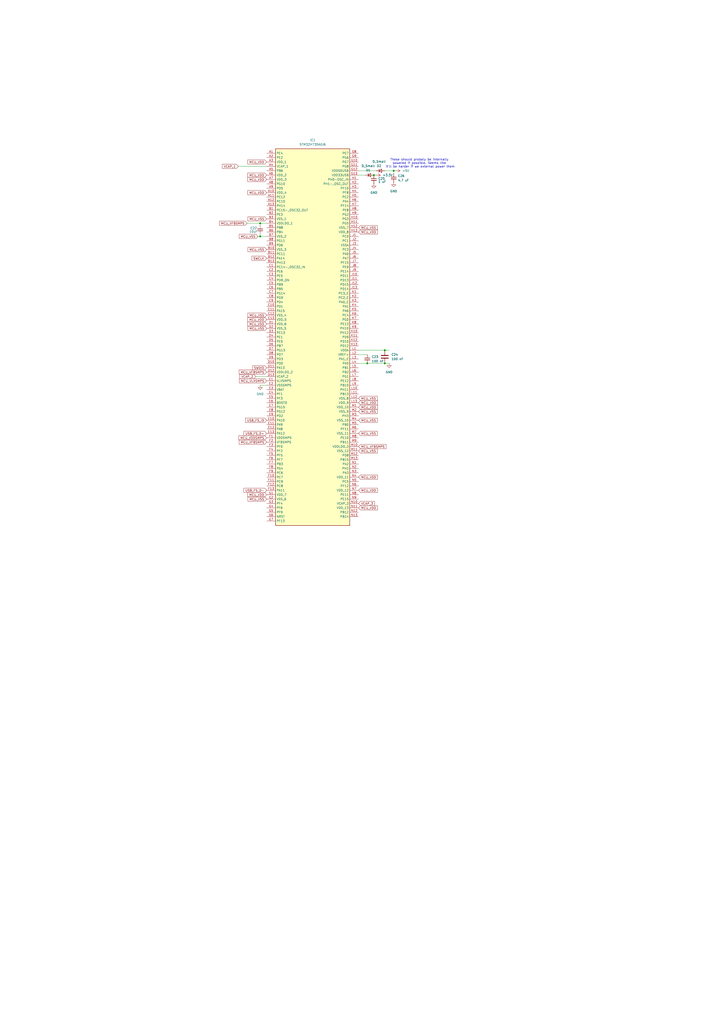
<source format=kicad_sch>
(kicad_sch
	(version 20250114)
	(generator "eeschema")
	(generator_version "9.0")
	(uuid "59704142-79a3-4e83-aac5-1fd4923e0dae")
	(paper "A2" portrait)
	(lib_symbols
		(symbol "Device:C"
			(pin_numbers
				(hide yes)
			)
			(pin_names
				(offset 0.254)
			)
			(exclude_from_sim no)
			(in_bom yes)
			(on_board yes)
			(property "Reference" "C"
				(at 0.635 2.54 0)
				(effects
					(font
						(size 1.27 1.27)
					)
					(justify left)
				)
			)
			(property "Value" "C"
				(at 0.635 -2.54 0)
				(effects
					(font
						(size 1.27 1.27)
					)
					(justify left)
				)
			)
			(property "Footprint" ""
				(at 0.9652 -3.81 0)
				(effects
					(font
						(size 1.27 1.27)
					)
					(hide yes)
				)
			)
			(property "Datasheet" "~"
				(at 0 0 0)
				(effects
					(font
						(size 1.27 1.27)
					)
					(hide yes)
				)
			)
			(property "Description" "Unpolarized capacitor"
				(at 0 0 0)
				(effects
					(font
						(size 1.27 1.27)
					)
					(hide yes)
				)
			)
			(property "ki_keywords" "cap capacitor"
				(at 0 0 0)
				(effects
					(font
						(size 1.27 1.27)
					)
					(hide yes)
				)
			)
			(property "ki_fp_filters" "C_*"
				(at 0 0 0)
				(effects
					(font
						(size 1.27 1.27)
					)
					(hide yes)
				)
			)
			(symbol "C_0_1"
				(polyline
					(pts
						(xy -2.032 0.762) (xy 2.032 0.762)
					)
					(stroke
						(width 0.508)
						(type default)
					)
					(fill
						(type none)
					)
				)
				(polyline
					(pts
						(xy -2.032 -0.762) (xy 2.032 -0.762)
					)
					(stroke
						(width 0.508)
						(type default)
					)
					(fill
						(type none)
					)
				)
			)
			(symbol "C_1_1"
				(pin passive line
					(at 0 3.81 270)
					(length 2.794)
					(name "~"
						(effects
							(font
								(size 1.27 1.27)
							)
						)
					)
					(number "1"
						(effects
							(font
								(size 1.27 1.27)
							)
						)
					)
				)
				(pin passive line
					(at 0 -3.81 90)
					(length 2.794)
					(name "~"
						(effects
							(font
								(size 1.27 1.27)
							)
						)
					)
					(number "2"
						(effects
							(font
								(size 1.27 1.27)
							)
						)
					)
				)
			)
			(embedded_fonts no)
		)
		(symbol "Device:C_Small"
			(pin_numbers
				(hide yes)
			)
			(pin_names
				(offset 0.254)
				(hide yes)
			)
			(exclude_from_sim no)
			(in_bom yes)
			(on_board yes)
			(property "Reference" "C"
				(at 0.254 1.778 0)
				(effects
					(font
						(size 1.27 1.27)
					)
					(justify left)
				)
			)
			(property "Value" "C_Small"
				(at 0.254 -2.032 0)
				(effects
					(font
						(size 1.27 1.27)
					)
					(justify left)
				)
			)
			(property "Footprint" ""
				(at 0 0 0)
				(effects
					(font
						(size 1.27 1.27)
					)
					(hide yes)
				)
			)
			(property "Datasheet" "~"
				(at 0 0 0)
				(effects
					(font
						(size 1.27 1.27)
					)
					(hide yes)
				)
			)
			(property "Description" "Unpolarized capacitor, small symbol"
				(at 0 0 0)
				(effects
					(font
						(size 1.27 1.27)
					)
					(hide yes)
				)
			)
			(property "ki_keywords" "capacitor cap"
				(at 0 0 0)
				(effects
					(font
						(size 1.27 1.27)
					)
					(hide yes)
				)
			)
			(property "ki_fp_filters" "C_*"
				(at 0 0 0)
				(effects
					(font
						(size 1.27 1.27)
					)
					(hide yes)
				)
			)
			(symbol "C_Small_0_1"
				(polyline
					(pts
						(xy -1.524 0.508) (xy 1.524 0.508)
					)
					(stroke
						(width 0.3048)
						(type default)
					)
					(fill
						(type none)
					)
				)
				(polyline
					(pts
						(xy -1.524 -0.508) (xy 1.524 -0.508)
					)
					(stroke
						(width 0.3302)
						(type default)
					)
					(fill
						(type none)
					)
				)
			)
			(symbol "C_Small_1_1"
				(pin passive line
					(at 0 2.54 270)
					(length 2.032)
					(name "~"
						(effects
							(font
								(size 1.27 1.27)
							)
						)
					)
					(number "1"
						(effects
							(font
								(size 1.27 1.27)
							)
						)
					)
				)
				(pin passive line
					(at 0 -2.54 90)
					(length 2.032)
					(name "~"
						(effects
							(font
								(size 1.27 1.27)
							)
						)
					)
					(number "2"
						(effects
							(font
								(size 1.27 1.27)
							)
						)
					)
				)
			)
			(embedded_fonts no)
		)
		(symbol "Device:D_Small"
			(pin_numbers
				(hide yes)
			)
			(pin_names
				(offset 0.254)
				(hide yes)
			)
			(exclude_from_sim no)
			(in_bom yes)
			(on_board yes)
			(property "Reference" "D"
				(at -1.27 2.032 0)
				(effects
					(font
						(size 1.27 1.27)
					)
					(justify left)
				)
			)
			(property "Value" "D_Small"
				(at -3.81 -2.032 0)
				(effects
					(font
						(size 1.27 1.27)
					)
					(justify left)
				)
			)
			(property "Footprint" ""
				(at 0 0 90)
				(effects
					(font
						(size 1.27 1.27)
					)
					(hide yes)
				)
			)
			(property "Datasheet" "~"
				(at 0 0 90)
				(effects
					(font
						(size 1.27 1.27)
					)
					(hide yes)
				)
			)
			(property "Description" "Diode, small symbol"
				(at 0 0 0)
				(effects
					(font
						(size 1.27 1.27)
					)
					(hide yes)
				)
			)
			(property "Sim.Device" "D"
				(at 0 0 0)
				(effects
					(font
						(size 1.27 1.27)
					)
					(hide yes)
				)
			)
			(property "Sim.Pins" "1=K 2=A"
				(at 0 0 0)
				(effects
					(font
						(size 1.27 1.27)
					)
					(hide yes)
				)
			)
			(property "ki_keywords" "diode"
				(at 0 0 0)
				(effects
					(font
						(size 1.27 1.27)
					)
					(hide yes)
				)
			)
			(property "ki_fp_filters" "TO-???* *_Diode_* *SingleDiode* D_*"
				(at 0 0 0)
				(effects
					(font
						(size 1.27 1.27)
					)
					(hide yes)
				)
			)
			(symbol "D_Small_0_1"
				(polyline
					(pts
						(xy -0.762 0) (xy 0.762 0)
					)
					(stroke
						(width 0)
						(type default)
					)
					(fill
						(type none)
					)
				)
				(polyline
					(pts
						(xy -0.762 -1.016) (xy -0.762 1.016)
					)
					(stroke
						(width 0.254)
						(type default)
					)
					(fill
						(type none)
					)
				)
				(polyline
					(pts
						(xy 0.762 -1.016) (xy -0.762 0) (xy 0.762 1.016) (xy 0.762 -1.016)
					)
					(stroke
						(width 0.254)
						(type default)
					)
					(fill
						(type none)
					)
				)
			)
			(symbol "D_Small_1_1"
				(pin passive line
					(at -2.54 0 0)
					(length 1.778)
					(name "K"
						(effects
							(font
								(size 1.27 1.27)
							)
						)
					)
					(number "1"
						(effects
							(font
								(size 1.27 1.27)
							)
						)
					)
				)
				(pin passive line
					(at 2.54 0 180)
					(length 1.778)
					(name "A"
						(effects
							(font
								(size 1.27 1.27)
							)
						)
					)
					(number "2"
						(effects
							(font
								(size 1.27 1.27)
							)
						)
					)
				)
			)
			(embedded_fonts no)
		)
		(symbol "STM32H735AGI6:STM32H735AGI6"
			(exclude_from_sim no)
			(in_bom yes)
			(on_board yes)
			(property "Reference" "IC"
				(at 49.53 7.62 0)
				(effects
					(font
						(size 1.27 1.27)
					)
					(justify left top)
				)
			)
			(property "Value" "STM32H735AGI6"
				(at 49.53 5.08 0)
				(effects
					(font
						(size 1.27 1.27)
					)
					(justify left top)
				)
			)
			(property "Footprint" "BGA169C50P13X13_700X700X60"
				(at 49.53 -94.92 0)
				(effects
					(font
						(size 1.27 1.27)
					)
					(justify left top)
					(hide yes)
				)
			)
			(property "Datasheet" "https://www.st.com/resource/en/datasheet/stm32h735zg.pdf"
				(at 49.53 -194.92 0)
				(effects
					(font
						(size 1.27 1.27)
					)
					(justify left top)
					(hide yes)
				)
			)
			(property "Description" "Arm Cortex-M7 32-bit 550 MHz MCU, 1 MB flash, 564 KB RAM, Ethernet, USB, 3x FD-CAN, Graphics, 2x 16-bit ADCs, crypto/hash"
				(at 0 0 0)
				(effects
					(font
						(size 1.27 1.27)
					)
					(hide yes)
				)
			)
			(property "Height" "0.6"
				(at 49.53 -394.92 0)
				(effects
					(font
						(size 1.27 1.27)
					)
					(justify left top)
					(hide yes)
				)
			)
			(property "Manufacturer_Name" "STMicroelectronics"
				(at 49.53 -494.92 0)
				(effects
					(font
						(size 1.27 1.27)
					)
					(justify left top)
					(hide yes)
				)
			)
			(property "Manufacturer_Part_Number" "STM32H735AGI6"
				(at 49.53 -594.92 0)
				(effects
					(font
						(size 1.27 1.27)
					)
					(justify left top)
					(hide yes)
				)
			)
			(property "Mouser Part Number" "511-STM32H735AGI6"
				(at 49.53 -694.92 0)
				(effects
					(font
						(size 1.27 1.27)
					)
					(justify left top)
					(hide yes)
				)
			)
			(property "Mouser Price/Stock" "https://www.mouser.co.uk/ProductDetail/STMicroelectronics/STM32H735AGI6?qs=sPbYRqrBIVmIghrR7SD3fg%3D%3D"
				(at 49.53 -794.92 0)
				(effects
					(font
						(size 1.27 1.27)
					)
					(justify left top)
					(hide yes)
				)
			)
			(property "Arrow Part Number" "STM32H735AGI6"
				(at 49.53 -894.92 0)
				(effects
					(font
						(size 1.27 1.27)
					)
					(justify left top)
					(hide yes)
				)
			)
			(property "Arrow Price/Stock" "https://www.arrow.com/en/products/stm32h735agi6/stmicroelectronics?region=nac"
				(at 49.53 -994.92 0)
				(effects
					(font
						(size 1.27 1.27)
					)
					(justify left top)
					(hide yes)
				)
			)
			(symbol "STM32H735AGI6_1_1"
				(rectangle
					(start 5.08 2.54)
					(end 48.26 -215.9)
					(stroke
						(width 0.254)
						(type default)
					)
					(fill
						(type background)
					)
				)
				(pin passive line
					(at 0 0 0)
					(length 5.08)
					(name "PE4"
						(effects
							(font
								(size 1.27 1.27)
							)
						)
					)
					(number "A1"
						(effects
							(font
								(size 1.27 1.27)
							)
						)
					)
				)
				(pin passive line
					(at 0 -2.54 0)
					(length 5.08)
					(name "PE2"
						(effects
							(font
								(size 1.27 1.27)
							)
						)
					)
					(number "A2"
						(effects
							(font
								(size 1.27 1.27)
							)
						)
					)
				)
				(pin passive line
					(at 0 -5.08 0)
					(length 5.08)
					(name "VDD_1"
						(effects
							(font
								(size 1.27 1.27)
							)
						)
					)
					(number "A3"
						(effects
							(font
								(size 1.27 1.27)
							)
						)
					)
				)
				(pin passive line
					(at 0 -7.62 0)
					(length 5.08)
					(name "VCAP_1"
						(effects
							(font
								(size 1.27 1.27)
							)
						)
					)
					(number "A4"
						(effects
							(font
								(size 1.27 1.27)
							)
						)
					)
				)
				(pin passive line
					(at 0 -10.16 0)
					(length 5.08)
					(name "PB6"
						(effects
							(font
								(size 1.27 1.27)
							)
						)
					)
					(number "A5"
						(effects
							(font
								(size 1.27 1.27)
							)
						)
					)
				)
				(pin passive line
					(at 0 -12.7 0)
					(length 5.08)
					(name "VDD_2"
						(effects
							(font
								(size 1.27 1.27)
							)
						)
					)
					(number "A6"
						(effects
							(font
								(size 1.27 1.27)
							)
						)
					)
				)
				(pin passive line
					(at 0 -15.24 0)
					(length 5.08)
					(name "VDD_3"
						(effects
							(font
								(size 1.27 1.27)
							)
						)
					)
					(number "A7"
						(effects
							(font
								(size 1.27 1.27)
							)
						)
					)
				)
				(pin passive line
					(at 0 -17.78 0)
					(length 5.08)
					(name "PG10"
						(effects
							(font
								(size 1.27 1.27)
							)
						)
					)
					(number "A8"
						(effects
							(font
								(size 1.27 1.27)
							)
						)
					)
				)
				(pin passive line
					(at 0 -20.32 0)
					(length 5.08)
					(name "PD5"
						(effects
							(font
								(size 1.27 1.27)
							)
						)
					)
					(number "A9"
						(effects
							(font
								(size 1.27 1.27)
							)
						)
					)
				)
				(pin passive line
					(at 0 -22.86 0)
					(length 5.08)
					(name "VDD_4"
						(effects
							(font
								(size 1.27 1.27)
							)
						)
					)
					(number "A10"
						(effects
							(font
								(size 1.27 1.27)
							)
						)
					)
				)
				(pin passive line
					(at 0 -25.4 0)
					(length 5.08)
					(name "PC12"
						(effects
							(font
								(size 1.27 1.27)
							)
						)
					)
					(number "A11"
						(effects
							(font
								(size 1.27 1.27)
							)
						)
					)
				)
				(pin passive line
					(at 0 -27.94 0)
					(length 5.08)
					(name "PC10"
						(effects
							(font
								(size 1.27 1.27)
							)
						)
					)
					(number "A12"
						(effects
							(font
								(size 1.27 1.27)
							)
						)
					)
				)
				(pin passive line
					(at 0 -30.48 0)
					(length 5.08)
					(name "PH14"
						(effects
							(font
								(size 1.27 1.27)
							)
						)
					)
					(number "A13"
						(effects
							(font
								(size 1.27 1.27)
							)
						)
					)
				)
				(pin passive line
					(at 0 -33.02 0)
					(length 5.08)
					(name "PC15-_OSC32_OUT"
						(effects
							(font
								(size 1.27 1.27)
							)
						)
					)
					(number "B1"
						(effects
							(font
								(size 1.27 1.27)
							)
						)
					)
				)
				(pin passive line
					(at 0 -35.56 0)
					(length 5.08)
					(name "PE3"
						(effects
							(font
								(size 1.27 1.27)
							)
						)
					)
					(number "B2"
						(effects
							(font
								(size 1.27 1.27)
							)
						)
					)
				)
				(pin passive line
					(at 0 -38.1 0)
					(length 5.08)
					(name "VSS_1"
						(effects
							(font
								(size 1.27 1.27)
							)
						)
					)
					(number "B3"
						(effects
							(font
								(size 1.27 1.27)
							)
						)
					)
				)
				(pin passive line
					(at 0 -40.64 0)
					(length 5.08)
					(name "VDDLDO_1"
						(effects
							(font
								(size 1.27 1.27)
							)
						)
					)
					(number "B4"
						(effects
							(font
								(size 1.27 1.27)
							)
						)
					)
				)
				(pin passive line
					(at 0 -43.18 0)
					(length 5.08)
					(name "PB8"
						(effects
							(font
								(size 1.27 1.27)
							)
						)
					)
					(number "B5"
						(effects
							(font
								(size 1.27 1.27)
							)
						)
					)
				)
				(pin passive line
					(at 0 -45.72 0)
					(length 5.08)
					(name "PB4"
						(effects
							(font
								(size 1.27 1.27)
							)
						)
					)
					(number "B6"
						(effects
							(font
								(size 1.27 1.27)
							)
						)
					)
				)
				(pin passive line
					(at 0 -48.26 0)
					(length 5.08)
					(name "VSS_2"
						(effects
							(font
								(size 1.27 1.27)
							)
						)
					)
					(number "B7"
						(effects
							(font
								(size 1.27 1.27)
							)
						)
					)
				)
				(pin passive line
					(at 0 -50.8 0)
					(length 5.08)
					(name "PG11"
						(effects
							(font
								(size 1.27 1.27)
							)
						)
					)
					(number "B8"
						(effects
							(font
								(size 1.27 1.27)
							)
						)
					)
				)
				(pin passive line
					(at 0 -53.34 0)
					(length 5.08)
					(name "PD6"
						(effects
							(font
								(size 1.27 1.27)
							)
						)
					)
					(number "B9"
						(effects
							(font
								(size 1.27 1.27)
							)
						)
					)
				)
				(pin passive line
					(at 0 -55.88 0)
					(length 5.08)
					(name "VSS_3"
						(effects
							(font
								(size 1.27 1.27)
							)
						)
					)
					(number "B10"
						(effects
							(font
								(size 1.27 1.27)
							)
						)
					)
				)
				(pin passive line
					(at 0 -58.42 0)
					(length 5.08)
					(name "PC11"
						(effects
							(font
								(size 1.27 1.27)
							)
						)
					)
					(number "B11"
						(effects
							(font
								(size 1.27 1.27)
							)
						)
					)
				)
				(pin passive line
					(at 0 -60.96 0)
					(length 5.08)
					(name "PA14"
						(effects
							(font
								(size 1.27 1.27)
							)
						)
					)
					(number "B12"
						(effects
							(font
								(size 1.27 1.27)
							)
						)
					)
				)
				(pin passive line
					(at 0 -63.5 0)
					(length 5.08)
					(name "PH13"
						(effects
							(font
								(size 1.27 1.27)
							)
						)
					)
					(number "B13"
						(effects
							(font
								(size 1.27 1.27)
							)
						)
					)
				)
				(pin passive line
					(at 0 -66.04 0)
					(length 5.08)
					(name "PC14-_OSC32_IN"
						(effects
							(font
								(size 1.27 1.27)
							)
						)
					)
					(number "C1"
						(effects
							(font
								(size 1.27 1.27)
							)
						)
					)
				)
				(pin passive line
					(at 0 -68.58 0)
					(length 5.08)
					(name "PE6"
						(effects
							(font
								(size 1.27 1.27)
							)
						)
					)
					(number "C2"
						(effects
							(font
								(size 1.27 1.27)
							)
						)
					)
				)
				(pin passive line
					(at 0 -71.12 0)
					(length 5.08)
					(name "PE5"
						(effects
							(font
								(size 1.27 1.27)
							)
						)
					)
					(number "C3"
						(effects
							(font
								(size 1.27 1.27)
							)
						)
					)
				)
				(pin passive line
					(at 0 -73.66 0)
					(length 5.08)
					(name "PDR_ON"
						(effects
							(font
								(size 1.27 1.27)
							)
						)
					)
					(number "C4"
						(effects
							(font
								(size 1.27 1.27)
							)
						)
					)
				)
				(pin passive line
					(at 0 -76.2 0)
					(length 5.08)
					(name "PB9"
						(effects
							(font
								(size 1.27 1.27)
							)
						)
					)
					(number "C5"
						(effects
							(font
								(size 1.27 1.27)
							)
						)
					)
				)
				(pin passive line
					(at 0 -78.74 0)
					(length 5.08)
					(name "PB5"
						(effects
							(font
								(size 1.27 1.27)
							)
						)
					)
					(number "C6"
						(effects
							(font
								(size 1.27 1.27)
							)
						)
					)
				)
				(pin passive line
					(at 0 -81.28 0)
					(length 5.08)
					(name "PG14"
						(effects
							(font
								(size 1.27 1.27)
							)
						)
					)
					(number "C7"
						(effects
							(font
								(size 1.27 1.27)
							)
						)
					)
				)
				(pin passive line
					(at 0 -83.82 0)
					(length 5.08)
					(name "PG9"
						(effects
							(font
								(size 1.27 1.27)
							)
						)
					)
					(number "C8"
						(effects
							(font
								(size 1.27 1.27)
							)
						)
					)
				)
				(pin passive line
					(at 0 -86.36 0)
					(length 5.08)
					(name "PD4"
						(effects
							(font
								(size 1.27 1.27)
							)
						)
					)
					(number "C9"
						(effects
							(font
								(size 1.27 1.27)
							)
						)
					)
				)
				(pin passive line
					(at 0 -88.9 0)
					(length 5.08)
					(name "PD1"
						(effects
							(font
								(size 1.27 1.27)
							)
						)
					)
					(number "C10"
						(effects
							(font
								(size 1.27 1.27)
							)
						)
					)
				)
				(pin passive line
					(at 0 -91.44 0)
					(length 5.08)
					(name "PA15"
						(effects
							(font
								(size 1.27 1.27)
							)
						)
					)
					(number "C11"
						(effects
							(font
								(size 1.27 1.27)
							)
						)
					)
				)
				(pin passive line
					(at 0 -93.98 0)
					(length 5.08)
					(name "VSS_4"
						(effects
							(font
								(size 1.27 1.27)
							)
						)
					)
					(number "C12"
						(effects
							(font
								(size 1.27 1.27)
							)
						)
					)
				)
				(pin passive line
					(at 0 -96.52 0)
					(length 5.08)
					(name "VDD_5"
						(effects
							(font
								(size 1.27 1.27)
							)
						)
					)
					(number "C13"
						(effects
							(font
								(size 1.27 1.27)
							)
						)
					)
				)
				(pin passive line
					(at 0 -99.06 0)
					(length 5.08)
					(name "VDD_6"
						(effects
							(font
								(size 1.27 1.27)
							)
						)
					)
					(number "D1"
						(effects
							(font
								(size 1.27 1.27)
							)
						)
					)
				)
				(pin passive line
					(at 0 -101.6 0)
					(length 5.08)
					(name "VSS_5"
						(effects
							(font
								(size 1.27 1.27)
							)
						)
					)
					(number "D2"
						(effects
							(font
								(size 1.27 1.27)
							)
						)
					)
				)
				(pin passive line
					(at 0 -104.14 0)
					(length 5.08)
					(name "PC13"
						(effects
							(font
								(size 1.27 1.27)
							)
						)
					)
					(number "D3"
						(effects
							(font
								(size 1.27 1.27)
							)
						)
					)
				)
				(pin passive line
					(at 0 -106.68 0)
					(length 5.08)
					(name "PE1"
						(effects
							(font
								(size 1.27 1.27)
							)
						)
					)
					(number "D4"
						(effects
							(font
								(size 1.27 1.27)
							)
						)
					)
				)
				(pin passive line
					(at 0 -109.22 0)
					(length 5.08)
					(name "PE0"
						(effects
							(font
								(size 1.27 1.27)
							)
						)
					)
					(number "D5"
						(effects
							(font
								(size 1.27 1.27)
							)
						)
					)
				)
				(pin passive line
					(at 0 -111.76 0)
					(length 5.08)
					(name "PB7"
						(effects
							(font
								(size 1.27 1.27)
							)
						)
					)
					(number "D6"
						(effects
							(font
								(size 1.27 1.27)
							)
						)
					)
				)
				(pin passive line
					(at 0 -114.3 0)
					(length 5.08)
					(name "PG13"
						(effects
							(font
								(size 1.27 1.27)
							)
						)
					)
					(number "D7"
						(effects
							(font
								(size 1.27 1.27)
							)
						)
					)
				)
				(pin passive line
					(at 0 -116.84 0)
					(length 5.08)
					(name "PD7"
						(effects
							(font
								(size 1.27 1.27)
							)
						)
					)
					(number "D8"
						(effects
							(font
								(size 1.27 1.27)
							)
						)
					)
				)
				(pin passive line
					(at 0 -119.38 0)
					(length 5.08)
					(name "PD3"
						(effects
							(font
								(size 1.27 1.27)
							)
						)
					)
					(number "D9"
						(effects
							(font
								(size 1.27 1.27)
							)
						)
					)
				)
				(pin passive line
					(at 0 -121.92 0)
					(length 5.08)
					(name "PD0"
						(effects
							(font
								(size 1.27 1.27)
							)
						)
					)
					(number "D10"
						(effects
							(font
								(size 1.27 1.27)
							)
						)
					)
				)
				(pin passive line
					(at 0 -124.46 0)
					(length 5.08)
					(name "PA13"
						(effects
							(font
								(size 1.27 1.27)
							)
						)
					)
					(number "D11"
						(effects
							(font
								(size 1.27 1.27)
							)
						)
					)
				)
				(pin passive line
					(at 0 -127 0)
					(length 5.08)
					(name "VDDLDO_2"
						(effects
							(font
								(size 1.27 1.27)
							)
						)
					)
					(number "D12"
						(effects
							(font
								(size 1.27 1.27)
							)
						)
					)
				)
				(pin passive line
					(at 0 -129.54 0)
					(length 5.08)
					(name "VCAP_2"
						(effects
							(font
								(size 1.27 1.27)
							)
						)
					)
					(number "D13"
						(effects
							(font
								(size 1.27 1.27)
							)
						)
					)
				)
				(pin passive line
					(at 0 -132.08 0)
					(length 5.08)
					(name "VLXSMPS"
						(effects
							(font
								(size 1.27 1.27)
							)
						)
					)
					(number "E1"
						(effects
							(font
								(size 1.27 1.27)
							)
						)
					)
				)
				(pin passive line
					(at 0 -134.62 0)
					(length 5.08)
					(name "VSSSMPS"
						(effects
							(font
								(size 1.27 1.27)
							)
						)
					)
					(number "E2"
						(effects
							(font
								(size 1.27 1.27)
							)
						)
					)
				)
				(pin passive line
					(at 0 -137.16 0)
					(length 5.08)
					(name "VBAT"
						(effects
							(font
								(size 1.27 1.27)
							)
						)
					)
					(number "E3"
						(effects
							(font
								(size 1.27 1.27)
							)
						)
					)
				)
				(pin passive line
					(at 0 -139.7 0)
					(length 5.08)
					(name "PF1"
						(effects
							(font
								(size 1.27 1.27)
							)
						)
					)
					(number "E4"
						(effects
							(font
								(size 1.27 1.27)
							)
						)
					)
				)
				(pin passive line
					(at 0 -142.24 0)
					(length 5.08)
					(name "PF3"
						(effects
							(font
								(size 1.27 1.27)
							)
						)
					)
					(number "E5"
						(effects
							(font
								(size 1.27 1.27)
							)
						)
					)
				)
				(pin passive line
					(at 0 -144.78 0)
					(length 5.08)
					(name "BOOT0"
						(effects
							(font
								(size 1.27 1.27)
							)
						)
					)
					(number "E6"
						(effects
							(font
								(size 1.27 1.27)
							)
						)
					)
				)
				(pin passive line
					(at 0 -147.32 0)
					(length 5.08)
					(name "PG15"
						(effects
							(font
								(size 1.27 1.27)
							)
						)
					)
					(number "E7"
						(effects
							(font
								(size 1.27 1.27)
							)
						)
					)
				)
				(pin passive line
					(at 0 -149.86 0)
					(length 5.08)
					(name "PG12"
						(effects
							(font
								(size 1.27 1.27)
							)
						)
					)
					(number "E8"
						(effects
							(font
								(size 1.27 1.27)
							)
						)
					)
				)
				(pin passive line
					(at 0 -152.4 0)
					(length 5.08)
					(name "PD2"
						(effects
							(font
								(size 1.27 1.27)
							)
						)
					)
					(number "E9"
						(effects
							(font
								(size 1.27 1.27)
							)
						)
					)
				)
				(pin passive line
					(at 0 -154.94 0)
					(length 5.08)
					(name "PA10"
						(effects
							(font
								(size 1.27 1.27)
							)
						)
					)
					(number "E10"
						(effects
							(font
								(size 1.27 1.27)
							)
						)
					)
				)
				(pin passive line
					(at 0 -157.48 0)
					(length 5.08)
					(name "PA9"
						(effects
							(font
								(size 1.27 1.27)
							)
						)
					)
					(number "E11"
						(effects
							(font
								(size 1.27 1.27)
							)
						)
					)
				)
				(pin passive line
					(at 0 -160.02 0)
					(length 5.08)
					(name "PA8"
						(effects
							(font
								(size 1.27 1.27)
							)
						)
					)
					(number "E12"
						(effects
							(font
								(size 1.27 1.27)
							)
						)
					)
				)
				(pin passive line
					(at 0 -162.56 0)
					(length 5.08)
					(name "PA12"
						(effects
							(font
								(size 1.27 1.27)
							)
						)
					)
					(number "E13"
						(effects
							(font
								(size 1.27 1.27)
							)
						)
					)
				)
				(pin passive line
					(at 0 -165.1 0)
					(length 5.08)
					(name "VDDSMPS"
						(effects
							(font
								(size 1.27 1.27)
							)
						)
					)
					(number "F1"
						(effects
							(font
								(size 1.27 1.27)
							)
						)
					)
				)
				(pin passive line
					(at 0 -167.64 0)
					(length 5.08)
					(name "VFBSMPS"
						(effects
							(font
								(size 1.27 1.27)
							)
						)
					)
					(number "F2"
						(effects
							(font
								(size 1.27 1.27)
							)
						)
					)
				)
				(pin passive line
					(at 0 -170.18 0)
					(length 5.08)
					(name "PF0"
						(effects
							(font
								(size 1.27 1.27)
							)
						)
					)
					(number "F3"
						(effects
							(font
								(size 1.27 1.27)
							)
						)
					)
				)
				(pin passive line
					(at 0 -172.72 0)
					(length 5.08)
					(name "PF2"
						(effects
							(font
								(size 1.27 1.27)
							)
						)
					)
					(number "F4"
						(effects
							(font
								(size 1.27 1.27)
							)
						)
					)
				)
				(pin passive line
					(at 0 -175.26 0)
					(length 5.08)
					(name "PF5"
						(effects
							(font
								(size 1.27 1.27)
							)
						)
					)
					(number "F5"
						(effects
							(font
								(size 1.27 1.27)
							)
						)
					)
				)
				(pin passive line
					(at 0 -177.8 0)
					(length 5.08)
					(name "PF7"
						(effects
							(font
								(size 1.27 1.27)
							)
						)
					)
					(number "F6"
						(effects
							(font
								(size 1.27 1.27)
							)
						)
					)
				)
				(pin passive line
					(at 0 -180.34 0)
					(length 5.08)
					(name "PB3"
						(effects
							(font
								(size 1.27 1.27)
							)
						)
					)
					(number "F7"
						(effects
							(font
								(size 1.27 1.27)
							)
						)
					)
				)
				(pin passive line
					(at 0 -182.88 0)
					(length 5.08)
					(name "PG4"
						(effects
							(font
								(size 1.27 1.27)
							)
						)
					)
					(number "F8"
						(effects
							(font
								(size 1.27 1.27)
							)
						)
					)
				)
				(pin passive line
					(at 0 -185.42 0)
					(length 5.08)
					(name "PC6"
						(effects
							(font
								(size 1.27 1.27)
							)
						)
					)
					(number "F9"
						(effects
							(font
								(size 1.27 1.27)
							)
						)
					)
				)
				(pin passive line
					(at 0 -187.96 0)
					(length 5.08)
					(name "PC7"
						(effects
							(font
								(size 1.27 1.27)
							)
						)
					)
					(number "F10"
						(effects
							(font
								(size 1.27 1.27)
							)
						)
					)
				)
				(pin passive line
					(at 0 -190.5 0)
					(length 5.08)
					(name "PC9"
						(effects
							(font
								(size 1.27 1.27)
							)
						)
					)
					(number "F11"
						(effects
							(font
								(size 1.27 1.27)
							)
						)
					)
				)
				(pin passive line
					(at 0 -193.04 0)
					(length 5.08)
					(name "PC8"
						(effects
							(font
								(size 1.27 1.27)
							)
						)
					)
					(number "F12"
						(effects
							(font
								(size 1.27 1.27)
							)
						)
					)
				)
				(pin passive line
					(at 0 -195.58 0)
					(length 5.08)
					(name "PA11"
						(effects
							(font
								(size 1.27 1.27)
							)
						)
					)
					(number "F13"
						(effects
							(font
								(size 1.27 1.27)
							)
						)
					)
				)
				(pin passive line
					(at 0 -198.12 0)
					(length 5.08)
					(name "VDD_7"
						(effects
							(font
								(size 1.27 1.27)
							)
						)
					)
					(number "G1"
						(effects
							(font
								(size 1.27 1.27)
							)
						)
					)
				)
				(pin passive line
					(at 0 -200.66 0)
					(length 5.08)
					(name "VSS_6"
						(effects
							(font
								(size 1.27 1.27)
							)
						)
					)
					(number "G2"
						(effects
							(font
								(size 1.27 1.27)
							)
						)
					)
				)
				(pin passive line
					(at 0 -203.2 0)
					(length 5.08)
					(name "PF4"
						(effects
							(font
								(size 1.27 1.27)
							)
						)
					)
					(number "G3"
						(effects
							(font
								(size 1.27 1.27)
							)
						)
					)
				)
				(pin passive line
					(at 0 -205.74 0)
					(length 5.08)
					(name "PF6"
						(effects
							(font
								(size 1.27 1.27)
							)
						)
					)
					(number "G4"
						(effects
							(font
								(size 1.27 1.27)
							)
						)
					)
				)
				(pin passive line
					(at 0 -208.28 0)
					(length 5.08)
					(name "PF9"
						(effects
							(font
								(size 1.27 1.27)
							)
						)
					)
					(number "G5"
						(effects
							(font
								(size 1.27 1.27)
							)
						)
					)
				)
				(pin passive line
					(at 0 -210.82 0)
					(length 5.08)
					(name "NRST"
						(effects
							(font
								(size 1.27 1.27)
							)
						)
					)
					(number "G6"
						(effects
							(font
								(size 1.27 1.27)
							)
						)
					)
				)
				(pin passive line
					(at 0 -213.36 0)
					(length 5.08)
					(name "PF13"
						(effects
							(font
								(size 1.27 1.27)
							)
						)
					)
					(number "G7"
						(effects
							(font
								(size 1.27 1.27)
							)
						)
					)
				)
				(pin passive line
					(at 53.34 0 180)
					(length 5.08)
					(name "PE7"
						(effects
							(font
								(size 1.27 1.27)
							)
						)
					)
					(number "G8"
						(effects
							(font
								(size 1.27 1.27)
							)
						)
					)
				)
				(pin passive line
					(at 53.34 -2.54 180)
					(length 5.08)
					(name "PG6"
						(effects
							(font
								(size 1.27 1.27)
							)
						)
					)
					(number "G9"
						(effects
							(font
								(size 1.27 1.27)
							)
						)
					)
				)
				(pin passive line
					(at 53.34 -5.08 180)
					(length 5.08)
					(name "PG7"
						(effects
							(font
								(size 1.27 1.27)
							)
						)
					)
					(number "G10"
						(effects
							(font
								(size 1.27 1.27)
							)
						)
					)
				)
				(pin passive line
					(at 53.34 -7.62 180)
					(length 5.08)
					(name "PG8"
						(effects
							(font
								(size 1.27 1.27)
							)
						)
					)
					(number "G11"
						(effects
							(font
								(size 1.27 1.27)
							)
						)
					)
				)
				(pin passive line
					(at 53.34 -10.16 180)
					(length 5.08)
					(name "VDD50USB"
						(effects
							(font
								(size 1.27 1.27)
							)
						)
					)
					(number "G12"
						(effects
							(font
								(size 1.27 1.27)
							)
						)
					)
				)
				(pin passive line
					(at 53.34 -12.7 180)
					(length 5.08)
					(name "VDD33USB"
						(effects
							(font
								(size 1.27 1.27)
							)
						)
					)
					(number "G13"
						(effects
							(font
								(size 1.27 1.27)
							)
						)
					)
				)
				(pin passive line
					(at 53.34 -15.24 180)
					(length 5.08)
					(name "PH0-OSC_IN"
						(effects
							(font
								(size 1.27 1.27)
							)
						)
					)
					(number "H1"
						(effects
							(font
								(size 1.27 1.27)
							)
						)
					)
				)
				(pin passive line
					(at 53.34 -17.78 180)
					(length 5.08)
					(name "PH1-_OSC_OUT"
						(effects
							(font
								(size 1.27 1.27)
							)
						)
					)
					(number "H2"
						(effects
							(font
								(size 1.27 1.27)
							)
						)
					)
				)
				(pin passive line
					(at 53.34 -20.32 180)
					(length 5.08)
					(name "PF10"
						(effects
							(font
								(size 1.27 1.27)
							)
						)
					)
					(number "H3"
						(effects
							(font
								(size 1.27 1.27)
							)
						)
					)
				)
				(pin passive line
					(at 53.34 -22.86 180)
					(length 5.08)
					(name "PF8"
						(effects
							(font
								(size 1.27 1.27)
							)
						)
					)
					(number "H4"
						(effects
							(font
								(size 1.27 1.27)
							)
						)
					)
				)
				(pin passive line
					(at 53.34 -25.4 180)
					(length 5.08)
					(name "PC2"
						(effects
							(font
								(size 1.27 1.27)
							)
						)
					)
					(number "H5"
						(effects
							(font
								(size 1.27 1.27)
							)
						)
					)
				)
				(pin passive line
					(at 53.34 -27.94 180)
					(length 5.08)
					(name "PA4"
						(effects
							(font
								(size 1.27 1.27)
							)
						)
					)
					(number "H6"
						(effects
							(font
								(size 1.27 1.27)
							)
						)
					)
				)
				(pin passive line
					(at 53.34 -30.48 180)
					(length 5.08)
					(name "PF14"
						(effects
							(font
								(size 1.27 1.27)
							)
						)
					)
					(number "H7"
						(effects
							(font
								(size 1.27 1.27)
							)
						)
					)
				)
				(pin passive line
					(at 53.34 -33.02 180)
					(length 5.08)
					(name "PE8"
						(effects
							(font
								(size 1.27 1.27)
							)
						)
					)
					(number "H8"
						(effects
							(font
								(size 1.27 1.27)
							)
						)
					)
				)
				(pin passive line
					(at 53.34 -35.56 180)
					(length 5.08)
					(name "PG2"
						(effects
							(font
								(size 1.27 1.27)
							)
						)
					)
					(number "H9"
						(effects
							(font
								(size 1.27 1.27)
							)
						)
					)
				)
				(pin passive line
					(at 53.34 -38.1 180)
					(length 5.08)
					(name "PG3"
						(effects
							(font
								(size 1.27 1.27)
							)
						)
					)
					(number "H10"
						(effects
							(font
								(size 1.27 1.27)
							)
						)
					)
				)
				(pin passive line
					(at 53.34 -40.64 180)
					(length 5.08)
					(name "PG5"
						(effects
							(font
								(size 1.27 1.27)
							)
						)
					)
					(number "H11"
						(effects
							(font
								(size 1.27 1.27)
							)
						)
					)
				)
				(pin passive line
					(at 53.34 -43.18 180)
					(length 5.08)
					(name "VSS_7"
						(effects
							(font
								(size 1.27 1.27)
							)
						)
					)
					(number "H12"
						(effects
							(font
								(size 1.27 1.27)
							)
						)
					)
				)
				(pin passive line
					(at 53.34 -45.72 180)
					(length 5.08)
					(name "VDD_8"
						(effects
							(font
								(size 1.27 1.27)
							)
						)
					)
					(number "H13"
						(effects
							(font
								(size 1.27 1.27)
							)
						)
					)
				)
				(pin passive line
					(at 53.34 -48.26 180)
					(length 5.08)
					(name "PC0"
						(effects
							(font
								(size 1.27 1.27)
							)
						)
					)
					(number "J1"
						(effects
							(font
								(size 1.27 1.27)
							)
						)
					)
				)
				(pin passive line
					(at 53.34 -50.8 180)
					(length 5.08)
					(name "PC1"
						(effects
							(font
								(size 1.27 1.27)
							)
						)
					)
					(number "J2"
						(effects
							(font
								(size 1.27 1.27)
							)
						)
					)
				)
				(pin passive line
					(at 53.34 -53.34 180)
					(length 5.08)
					(name "VSSA"
						(effects
							(font
								(size 1.27 1.27)
							)
						)
					)
					(number "J3"
						(effects
							(font
								(size 1.27 1.27)
							)
						)
					)
				)
				(pin passive line
					(at 53.34 -55.88 180)
					(length 5.08)
					(name "PC3"
						(effects
							(font
								(size 1.27 1.27)
							)
						)
					)
					(number "J4"
						(effects
							(font
								(size 1.27 1.27)
							)
						)
					)
				)
				(pin passive line
					(at 53.34 -58.42 180)
					(length 5.08)
					(name "PA0"
						(effects
							(font
								(size 1.27 1.27)
							)
						)
					)
					(number "J5"
						(effects
							(font
								(size 1.27 1.27)
							)
						)
					)
				)
				(pin passive line
					(at 53.34 -60.96 180)
					(length 5.08)
					(name "PA7"
						(effects
							(font
								(size 1.27 1.27)
							)
						)
					)
					(number "J6"
						(effects
							(font
								(size 1.27 1.27)
							)
						)
					)
				)
				(pin passive line
					(at 53.34 -63.5 180)
					(length 5.08)
					(name "PF15"
						(effects
							(font
								(size 1.27 1.27)
							)
						)
					)
					(number "J7"
						(effects
							(font
								(size 1.27 1.27)
							)
						)
					)
				)
				(pin passive line
					(at 53.34 -66.04 180)
					(length 5.08)
					(name "PE9"
						(effects
							(font
								(size 1.27 1.27)
							)
						)
					)
					(number "J8"
						(effects
							(font
								(size 1.27 1.27)
							)
						)
					)
				)
				(pin passive line
					(at 53.34 -68.58 180)
					(length 5.08)
					(name "PE14"
						(effects
							(font
								(size 1.27 1.27)
							)
						)
					)
					(number "J9"
						(effects
							(font
								(size 1.27 1.27)
							)
						)
					)
				)
				(pin passive line
					(at 53.34 -71.12 180)
					(length 5.08)
					(name "PD11"
						(effects
							(font
								(size 1.27 1.27)
							)
						)
					)
					(number "J10"
						(effects
							(font
								(size 1.27 1.27)
							)
						)
					)
				)
				(pin passive line
					(at 53.34 -73.66 180)
					(length 5.08)
					(name "PD13"
						(effects
							(font
								(size 1.27 1.27)
							)
						)
					)
					(number "J11"
						(effects
							(font
								(size 1.27 1.27)
							)
						)
					)
				)
				(pin passive line
					(at 53.34 -76.2 180)
					(length 5.08)
					(name "PD15"
						(effects
							(font
								(size 1.27 1.27)
							)
						)
					)
					(number "J12"
						(effects
							(font
								(size 1.27 1.27)
							)
						)
					)
				)
				(pin passive line
					(at 53.34 -78.74 180)
					(length 5.08)
					(name "PD14"
						(effects
							(font
								(size 1.27 1.27)
							)
						)
					)
					(number "J13"
						(effects
							(font
								(size 1.27 1.27)
							)
						)
					)
				)
				(pin passive line
					(at 53.34 -81.28 180)
					(length 5.08)
					(name "PC3_C"
						(effects
							(font
								(size 1.27 1.27)
							)
						)
					)
					(number "K1"
						(effects
							(font
								(size 1.27 1.27)
							)
						)
					)
				)
				(pin passive line
					(at 53.34 -83.82 180)
					(length 5.08)
					(name "PC2_C"
						(effects
							(font
								(size 1.27 1.27)
							)
						)
					)
					(number "K2"
						(effects
							(font
								(size 1.27 1.27)
							)
						)
					)
				)
				(pin passive line
					(at 53.34 -86.36 180)
					(length 5.08)
					(name "PA0_C"
						(effects
							(font
								(size 1.27 1.27)
							)
						)
					)
					(number "K3"
						(effects
							(font
								(size 1.27 1.27)
							)
						)
					)
				)
				(pin passive line
					(at 53.34 -88.9 180)
					(length 5.08)
					(name "PA1"
						(effects
							(font
								(size 1.27 1.27)
							)
						)
					)
					(number "K4"
						(effects
							(font
								(size 1.27 1.27)
							)
						)
					)
				)
				(pin passive line
					(at 53.34 -91.44 180)
					(length 5.08)
					(name "PA6"
						(effects
							(font
								(size 1.27 1.27)
							)
						)
					)
					(number "K5"
						(effects
							(font
								(size 1.27 1.27)
							)
						)
					)
				)
				(pin passive line
					(at 53.34 -93.98 180)
					(length 5.08)
					(name "PC4"
						(effects
							(font
								(size 1.27 1.27)
							)
						)
					)
					(number "K6"
						(effects
							(font
								(size 1.27 1.27)
							)
						)
					)
				)
				(pin passive line
					(at 53.34 -96.52 180)
					(length 5.08)
					(name "PG0"
						(effects
							(font
								(size 1.27 1.27)
							)
						)
					)
					(number "K7"
						(effects
							(font
								(size 1.27 1.27)
							)
						)
					)
				)
				(pin passive line
					(at 53.34 -99.06 180)
					(length 5.08)
					(name "PE13"
						(effects
							(font
								(size 1.27 1.27)
							)
						)
					)
					(number "K8"
						(effects
							(font
								(size 1.27 1.27)
							)
						)
					)
				)
				(pin passive line
					(at 53.34 -101.6 180)
					(length 5.08)
					(name "PH10"
						(effects
							(font
								(size 1.27 1.27)
							)
						)
					)
					(number "K9"
						(effects
							(font
								(size 1.27 1.27)
							)
						)
					)
				)
				(pin passive line
					(at 53.34 -104.14 180)
					(length 5.08)
					(name "PH12"
						(effects
							(font
								(size 1.27 1.27)
							)
						)
					)
					(number "K10"
						(effects
							(font
								(size 1.27 1.27)
							)
						)
					)
				)
				(pin passive line
					(at 53.34 -106.68 180)
					(length 5.08)
					(name "PD9"
						(effects
							(font
								(size 1.27 1.27)
							)
						)
					)
					(number "K11"
						(effects
							(font
								(size 1.27 1.27)
							)
						)
					)
				)
				(pin passive line
					(at 53.34 -109.22 180)
					(length 5.08)
					(name "PD10"
						(effects
							(font
								(size 1.27 1.27)
							)
						)
					)
					(number "K12"
						(effects
							(font
								(size 1.27 1.27)
							)
						)
					)
				)
				(pin passive line
					(at 53.34 -111.76 180)
					(length 5.08)
					(name "PD12"
						(effects
							(font
								(size 1.27 1.27)
							)
						)
					)
					(number "K13"
						(effects
							(font
								(size 1.27 1.27)
							)
						)
					)
				)
				(pin passive line
					(at 53.34 -114.3 180)
					(length 5.08)
					(name "VDDA"
						(effects
							(font
								(size 1.27 1.27)
							)
						)
					)
					(number "L1"
						(effects
							(font
								(size 1.27 1.27)
							)
						)
					)
				)
				(pin passive line
					(at 53.34 -116.84 180)
					(length 5.08)
					(name "VREF+"
						(effects
							(font
								(size 1.27 1.27)
							)
						)
					)
					(number "L2"
						(effects
							(font
								(size 1.27 1.27)
							)
						)
					)
				)
				(pin passive line
					(at 53.34 -119.38 180)
					(length 5.08)
					(name "PA1_C"
						(effects
							(font
								(size 1.27 1.27)
							)
						)
					)
					(number "L3"
						(effects
							(font
								(size 1.27 1.27)
							)
						)
					)
				)
				(pin passive line
					(at 53.34 -121.92 180)
					(length 5.08)
					(name "PA5"
						(effects
							(font
								(size 1.27 1.27)
							)
						)
					)
					(number "L4"
						(effects
							(font
								(size 1.27 1.27)
							)
						)
					)
				)
				(pin passive line
					(at 53.34 -124.46 180)
					(length 5.08)
					(name "PB1"
						(effects
							(font
								(size 1.27 1.27)
							)
						)
					)
					(number "L5"
						(effects
							(font
								(size 1.27 1.27)
							)
						)
					)
				)
				(pin passive line
					(at 53.34 -127 180)
					(length 5.08)
					(name "PB2"
						(effects
							(font
								(size 1.27 1.27)
							)
						)
					)
					(number "L6"
						(effects
							(font
								(size 1.27 1.27)
							)
						)
					)
				)
				(pin passive line
					(at 53.34 -129.54 180)
					(length 5.08)
					(name "PG1"
						(effects
							(font
								(size 1.27 1.27)
							)
						)
					)
					(number "L7"
						(effects
							(font
								(size 1.27 1.27)
							)
						)
					)
				)
				(pin passive line
					(at 53.34 -132.08 180)
					(length 5.08)
					(name "PE12"
						(effects
							(font
								(size 1.27 1.27)
							)
						)
					)
					(number "L8"
						(effects
							(font
								(size 1.27 1.27)
							)
						)
					)
				)
				(pin passive line
					(at 53.34 -134.62 180)
					(length 5.08)
					(name "PB10"
						(effects
							(font
								(size 1.27 1.27)
							)
						)
					)
					(number "L9"
						(effects
							(font
								(size 1.27 1.27)
							)
						)
					)
				)
				(pin passive line
					(at 53.34 -137.16 180)
					(length 5.08)
					(name "PH11"
						(effects
							(font
								(size 1.27 1.27)
							)
						)
					)
					(number "L10"
						(effects
							(font
								(size 1.27 1.27)
							)
						)
					)
				)
				(pin passive line
					(at 53.34 -139.7 180)
					(length 5.08)
					(name "PB13"
						(effects
							(font
								(size 1.27 1.27)
							)
						)
					)
					(number "L11"
						(effects
							(font
								(size 1.27 1.27)
							)
						)
					)
				)
				(pin passive line
					(at 53.34 -142.24 180)
					(length 5.08)
					(name "VSS_8"
						(effects
							(font
								(size 1.27 1.27)
							)
						)
					)
					(number "L12"
						(effects
							(font
								(size 1.27 1.27)
							)
						)
					)
				)
				(pin passive line
					(at 53.34 -144.78 180)
					(length 5.08)
					(name "VDD_9"
						(effects
							(font
								(size 1.27 1.27)
							)
						)
					)
					(number "L13"
						(effects
							(font
								(size 1.27 1.27)
							)
						)
					)
				)
				(pin passive line
					(at 53.34 -147.32 180)
					(length 5.08)
					(name "VDD_10"
						(effects
							(font
								(size 1.27 1.27)
							)
						)
					)
					(number "M1"
						(effects
							(font
								(size 1.27 1.27)
							)
						)
					)
				)
				(pin passive line
					(at 53.34 -149.86 180)
					(length 5.08)
					(name "VSS_9"
						(effects
							(font
								(size 1.27 1.27)
							)
						)
					)
					(number "M2"
						(effects
							(font
								(size 1.27 1.27)
							)
						)
					)
				)
				(pin passive line
					(at 53.34 -152.4 180)
					(length 5.08)
					(name "PH3"
						(effects
							(font
								(size 1.27 1.27)
							)
						)
					)
					(number "M3"
						(effects
							(font
								(size 1.27 1.27)
							)
						)
					)
				)
				(pin passive line
					(at 53.34 -154.94 180)
					(length 5.08)
					(name "VSS_10"
						(effects
							(font
								(size 1.27 1.27)
							)
						)
					)
					(number "M4"
						(effects
							(font
								(size 1.27 1.27)
							)
						)
					)
				)
				(pin passive line
					(at 53.34 -157.48 180)
					(length 5.08)
					(name "PB0"
						(effects
							(font
								(size 1.27 1.27)
							)
						)
					)
					(number "M5"
						(effects
							(font
								(size 1.27 1.27)
							)
						)
					)
				)
				(pin passive line
					(at 53.34 -160.02 180)
					(length 5.08)
					(name "PF11"
						(effects
							(font
								(size 1.27 1.27)
							)
						)
					)
					(number "M6"
						(effects
							(font
								(size 1.27 1.27)
							)
						)
					)
				)
				(pin passive line
					(at 53.34 -162.56 180)
					(length 5.08)
					(name "VSS_11"
						(effects
							(font
								(size 1.27 1.27)
							)
						)
					)
					(number "M7"
						(effects
							(font
								(size 1.27 1.27)
							)
						)
					)
				)
				(pin passive line
					(at 53.34 -165.1 180)
					(length 5.08)
					(name "PE10"
						(effects
							(font
								(size 1.27 1.27)
							)
						)
					)
					(number "M8"
						(effects
							(font
								(size 1.27 1.27)
							)
						)
					)
				)
				(pin passive line
					(at 53.34 -167.64 180)
					(length 5.08)
					(name "PB11"
						(effects
							(font
								(size 1.27 1.27)
							)
						)
					)
					(number "M9"
						(effects
							(font
								(size 1.27 1.27)
							)
						)
					)
				)
				(pin passive line
					(at 53.34 -170.18 180)
					(length 5.08)
					(name "VDDLDO_3"
						(effects
							(font
								(size 1.27 1.27)
							)
						)
					)
					(number "M10"
						(effects
							(font
								(size 1.27 1.27)
							)
						)
					)
				)
				(pin passive line
					(at 53.34 -172.72 180)
					(length 5.08)
					(name "VSS_12"
						(effects
							(font
								(size 1.27 1.27)
							)
						)
					)
					(number "M11"
						(effects
							(font
								(size 1.27 1.27)
							)
						)
					)
				)
				(pin passive line
					(at 53.34 -175.26 180)
					(length 5.08)
					(name "PD8"
						(effects
							(font
								(size 1.27 1.27)
							)
						)
					)
					(number "M12"
						(effects
							(font
								(size 1.27 1.27)
							)
						)
					)
				)
				(pin passive line
					(at 53.34 -177.8 180)
					(length 5.08)
					(name "PB15"
						(effects
							(font
								(size 1.27 1.27)
							)
						)
					)
					(number "M13"
						(effects
							(font
								(size 1.27 1.27)
							)
						)
					)
				)
				(pin passive line
					(at 53.34 -180.34 180)
					(length 5.08)
					(name "PA2"
						(effects
							(font
								(size 1.27 1.27)
							)
						)
					)
					(number "N1"
						(effects
							(font
								(size 1.27 1.27)
							)
						)
					)
				)
				(pin passive line
					(at 53.34 -182.88 180)
					(length 5.08)
					(name "PH2"
						(effects
							(font
								(size 1.27 1.27)
							)
						)
					)
					(number "N2"
						(effects
							(font
								(size 1.27 1.27)
							)
						)
					)
				)
				(pin passive line
					(at 53.34 -185.42 180)
					(length 5.08)
					(name "PA3"
						(effects
							(font
								(size 1.27 1.27)
							)
						)
					)
					(number "N3"
						(effects
							(font
								(size 1.27 1.27)
							)
						)
					)
				)
				(pin passive line
					(at 53.34 -187.96 180)
					(length 5.08)
					(name "VDD_11"
						(effects
							(font
								(size 1.27 1.27)
							)
						)
					)
					(number "N4"
						(effects
							(font
								(size 1.27 1.27)
							)
						)
					)
				)
				(pin passive line
					(at 53.34 -190.5 180)
					(length 5.08)
					(name "PC5"
						(effects
							(font
								(size 1.27 1.27)
							)
						)
					)
					(number "N5"
						(effects
							(font
								(size 1.27 1.27)
							)
						)
					)
				)
				(pin passive line
					(at 53.34 -193.04 180)
					(length 5.08)
					(name "PF12"
						(effects
							(font
								(size 1.27 1.27)
							)
						)
					)
					(number "N6"
						(effects
							(font
								(size 1.27 1.27)
							)
						)
					)
				)
				(pin passive line
					(at 53.34 -195.58 180)
					(length 5.08)
					(name "VDD_12"
						(effects
							(font
								(size 1.27 1.27)
							)
						)
					)
					(number "N7"
						(effects
							(font
								(size 1.27 1.27)
							)
						)
					)
				)
				(pin passive line
					(at 53.34 -198.12 180)
					(length 5.08)
					(name "PE11"
						(effects
							(font
								(size 1.27 1.27)
							)
						)
					)
					(number "N8"
						(effects
							(font
								(size 1.27 1.27)
							)
						)
					)
				)
				(pin passive line
					(at 53.34 -200.66 180)
					(length 5.08)
					(name "PE15"
						(effects
							(font
								(size 1.27 1.27)
							)
						)
					)
					(number "N9"
						(effects
							(font
								(size 1.27 1.27)
							)
						)
					)
				)
				(pin passive line
					(at 53.34 -203.2 180)
					(length 5.08)
					(name "VCAP_3"
						(effects
							(font
								(size 1.27 1.27)
							)
						)
					)
					(number "N10"
						(effects
							(font
								(size 1.27 1.27)
							)
						)
					)
				)
				(pin passive line
					(at 53.34 -205.74 180)
					(length 5.08)
					(name "VDD_13"
						(effects
							(font
								(size 1.27 1.27)
							)
						)
					)
					(number "N11"
						(effects
							(font
								(size 1.27 1.27)
							)
						)
					)
				)
				(pin passive line
					(at 53.34 -208.28 180)
					(length 5.08)
					(name "PB12"
						(effects
							(font
								(size 1.27 1.27)
							)
						)
					)
					(number "N12"
						(effects
							(font
								(size 1.27 1.27)
							)
						)
					)
				)
				(pin passive line
					(at 53.34 -210.82 180)
					(length 5.08)
					(name "PB14"
						(effects
							(font
								(size 1.27 1.27)
							)
						)
					)
					(number "N13"
						(effects
							(font
								(size 1.27 1.27)
							)
						)
					)
				)
			)
			(embedded_fonts no)
		)
		(symbol "power:+3.3V"
			(power)
			(pin_numbers
				(hide yes)
			)
			(pin_names
				(offset 0)
				(hide yes)
			)
			(exclude_from_sim no)
			(in_bom yes)
			(on_board yes)
			(property "Reference" "#PWR"
				(at 0 -3.81 0)
				(effects
					(font
						(size 1.27 1.27)
					)
					(hide yes)
				)
			)
			(property "Value" "+3.3V"
				(at 0 3.556 0)
				(effects
					(font
						(size 1.27 1.27)
					)
				)
			)
			(property "Footprint" ""
				(at 0 0 0)
				(effects
					(font
						(size 1.27 1.27)
					)
					(hide yes)
				)
			)
			(property "Datasheet" ""
				(at 0 0 0)
				(effects
					(font
						(size 1.27 1.27)
					)
					(hide yes)
				)
			)
			(property "Description" "Power symbol creates a global label with name \"+3.3V\""
				(at 0 0 0)
				(effects
					(font
						(size 1.27 1.27)
					)
					(hide yes)
				)
			)
			(property "ki_keywords" "global power"
				(at 0 0 0)
				(effects
					(font
						(size 1.27 1.27)
					)
					(hide yes)
				)
			)
			(symbol "+3.3V_0_1"
				(polyline
					(pts
						(xy -0.762 1.27) (xy 0 2.54)
					)
					(stroke
						(width 0)
						(type default)
					)
					(fill
						(type none)
					)
				)
				(polyline
					(pts
						(xy 0 2.54) (xy 0.762 1.27)
					)
					(stroke
						(width 0)
						(type default)
					)
					(fill
						(type none)
					)
				)
				(polyline
					(pts
						(xy 0 0) (xy 0 2.54)
					)
					(stroke
						(width 0)
						(type default)
					)
					(fill
						(type none)
					)
				)
			)
			(symbol "+3.3V_1_1"
				(pin power_in line
					(at 0 0 90)
					(length 0)
					(name "~"
						(effects
							(font
								(size 1.27 1.27)
							)
						)
					)
					(number "1"
						(effects
							(font
								(size 1.27 1.27)
							)
						)
					)
				)
			)
			(embedded_fonts no)
		)
		(symbol "power:+5V"
			(power)
			(pin_numbers
				(hide yes)
			)
			(pin_names
				(offset 0)
				(hide yes)
			)
			(exclude_from_sim no)
			(in_bom yes)
			(on_board yes)
			(property "Reference" "#PWR"
				(at 0 -3.81 0)
				(effects
					(font
						(size 1.27 1.27)
					)
					(hide yes)
				)
			)
			(property "Value" "+5V"
				(at 0 3.556 0)
				(effects
					(font
						(size 1.27 1.27)
					)
				)
			)
			(property "Footprint" ""
				(at 0 0 0)
				(effects
					(font
						(size 1.27 1.27)
					)
					(hide yes)
				)
			)
			(property "Datasheet" ""
				(at 0 0 0)
				(effects
					(font
						(size 1.27 1.27)
					)
					(hide yes)
				)
			)
			(property "Description" "Power symbol creates a global label with name \"+5V\""
				(at 0 0 0)
				(effects
					(font
						(size 1.27 1.27)
					)
					(hide yes)
				)
			)
			(property "ki_keywords" "global power"
				(at 0 0 0)
				(effects
					(font
						(size 1.27 1.27)
					)
					(hide yes)
				)
			)
			(symbol "+5V_0_1"
				(polyline
					(pts
						(xy -0.762 1.27) (xy 0 2.54)
					)
					(stroke
						(width 0)
						(type default)
					)
					(fill
						(type none)
					)
				)
				(polyline
					(pts
						(xy 0 2.54) (xy 0.762 1.27)
					)
					(stroke
						(width 0)
						(type default)
					)
					(fill
						(type none)
					)
				)
				(polyline
					(pts
						(xy 0 0) (xy 0 2.54)
					)
					(stroke
						(width 0)
						(type default)
					)
					(fill
						(type none)
					)
				)
			)
			(symbol "+5V_1_1"
				(pin power_in line
					(at 0 0 90)
					(length 0)
					(name "~"
						(effects
							(font
								(size 1.27 1.27)
							)
						)
					)
					(number "1"
						(effects
							(font
								(size 1.27 1.27)
							)
						)
					)
				)
			)
			(embedded_fonts no)
		)
		(symbol "power:GND"
			(power)
			(pin_numbers
				(hide yes)
			)
			(pin_names
				(offset 0)
				(hide yes)
			)
			(exclude_from_sim no)
			(in_bom yes)
			(on_board yes)
			(property "Reference" "#PWR"
				(at 0 -6.35 0)
				(effects
					(font
						(size 1.27 1.27)
					)
					(hide yes)
				)
			)
			(property "Value" "GND"
				(at 0 -3.81 0)
				(effects
					(font
						(size 1.27 1.27)
					)
				)
			)
			(property "Footprint" ""
				(at 0 0 0)
				(effects
					(font
						(size 1.27 1.27)
					)
					(hide yes)
				)
			)
			(property "Datasheet" ""
				(at 0 0 0)
				(effects
					(font
						(size 1.27 1.27)
					)
					(hide yes)
				)
			)
			(property "Description" "Power symbol creates a global label with name \"GND\" , ground"
				(at 0 0 0)
				(effects
					(font
						(size 1.27 1.27)
					)
					(hide yes)
				)
			)
			(property "ki_keywords" "global power"
				(at 0 0 0)
				(effects
					(font
						(size 1.27 1.27)
					)
					(hide yes)
				)
			)
			(symbol "GND_0_1"
				(polyline
					(pts
						(xy 0 0) (xy 0 -1.27) (xy 1.27 -1.27) (xy 0 -2.54) (xy -1.27 -1.27) (xy 0 -1.27)
					)
					(stroke
						(width 0)
						(type default)
					)
					(fill
						(type none)
					)
				)
			)
			(symbol "GND_1_1"
				(pin power_in line
					(at 0 0 270)
					(length 0)
					(name "~"
						(effects
							(font
								(size 1.27 1.27)
							)
						)
					)
					(number "1"
						(effects
							(font
								(size 1.27 1.27)
							)
						)
					)
				)
			)
			(embedded_fonts no)
		)
	)
	(text "These should probaly be internally \npowered if possible. Seems like \nit'll be harder if we external power them"
		(exclude_from_sim no)
		(at 244.094 94.742 0)
		(effects
			(font
				(size 1.27 1.27)
			)
		)
		(uuid "d74f5ae9-dfe5-4ac3-9fa2-8883f3d05951")
	)
	(junction
		(at 228.6928 99.06)
		(diameter 0)
		(color 0 0 0 0)
		(uuid "0d2adebc-5e38-4409-ae7c-67a180d923d6")
	)
	(junction
		(at 217.17 101.6)
		(diameter 0)
		(color 0 0 0 0)
		(uuid "1b35c88c-c2b5-4daa-b4c4-eb13058d64c0")
	)
	(junction
		(at 151.13 129.54)
		(diameter 0)
		(color 0 0 0 0)
		(uuid "1d985d0d-0beb-4cda-bde7-ff9c77a44a6c")
	)
	(junction
		(at 223.52 210.82)
		(diameter 0)
		(color 0 0 0 0)
		(uuid "457cd545-9e73-48e0-b233-8ba1854c18c6")
	)
	(junction
		(at 151.13 137.16)
		(diameter 0)
		(color 0 0 0 0)
		(uuid "b67b4353-3ada-428b-96c6-4bfdf8dcee09")
	)
	(junction
		(at 213.36 210.82)
		(diameter 0)
		(color 0 0 0 0)
		(uuid "d9ce81e7-8937-4cda-86db-8291a8a3aa28")
	)
	(junction
		(at 223.52 203.2)
		(diameter 0)
		(color 0 0 0 0)
		(uuid "df20fc65-fed0-4e78-ab84-075b3a67717f")
	)
	(wire
		(pts
			(xy 223.52 210.82) (xy 226.06 210.82)
		)
		(stroke
			(width 0)
			(type default)
		)
		(uuid "2230590f-3872-4744-ba2a-8e6988656d91")
	)
	(wire
		(pts
			(xy 151.13 135.89) (xy 151.13 137.16)
		)
		(stroke
			(width 0)
			(type default)
		)
		(uuid "342dd705-0cac-4623-805e-4e459bb87c94")
	)
	(wire
		(pts
			(xy 151.13 129.54) (xy 154.94 129.54)
		)
		(stroke
			(width 0)
			(type default)
		)
		(uuid "3d418a9e-2847-4548-a6a4-a4eed232e1ba")
	)
	(wire
		(pts
			(xy 154.94 218.44) (xy 148.59 218.44)
		)
		(stroke
			(width 0)
			(type default)
		)
		(uuid "3d9dbaa0-4aaa-440a-abad-5ff7c38ccad5")
	)
	(wire
		(pts
			(xy 228.6928 99.06) (xy 229.87 99.06)
		)
		(stroke
			(width 0)
			(type default)
		)
		(uuid "41b8f8c1-bfd0-4faa-8160-4ebf9d39b5d4")
	)
	(wire
		(pts
			(xy 143.51 129.54) (xy 151.13 129.54)
		)
		(stroke
			(width 0)
			(type default)
		)
		(uuid "47ffc753-b97d-4b3c-b32a-e9029c82990f")
	)
	(wire
		(pts
			(xy 223.52 99.06) (xy 228.6928 99.06)
		)
		(stroke
			(width 0)
			(type default)
		)
		(uuid "5dc0c091-2877-49e6-8ae6-1045ab8277a1")
	)
	(wire
		(pts
			(xy 208.28 203.2) (xy 223.52 203.2)
		)
		(stroke
			(width 0)
			(type default)
		)
		(uuid "6a7cb52a-7d9f-4e09-99f6-8dc08609b207")
	)
	(wire
		(pts
			(xy 208.28 99.06) (xy 218.44 99.06)
		)
		(stroke
			(width 0)
			(type default)
		)
		(uuid "947dc907-20e2-4a2a-a7db-20237967fd82")
	)
	(wire
		(pts
			(xy 149.86 137.16) (xy 151.13 137.16)
		)
		(stroke
			(width 0)
			(type default)
		)
		(uuid "9c7d9608-5fb4-49e2-9091-3fe149b31bce")
	)
	(wire
		(pts
			(xy 213.36 210.82) (xy 223.52 210.82)
		)
		(stroke
			(width 0)
			(type default)
		)
		(uuid "aacea84c-f600-43a4-b1c5-ad8baba3e0f7")
	)
	(wire
		(pts
			(xy 151.13 223.52) (xy 154.94 223.52)
		)
		(stroke
			(width 0)
			(type default)
		)
		(uuid "b37030d6-dc95-4d43-8486-1530ab16bba5")
	)
	(wire
		(pts
			(xy 212.09 101.6) (xy 208.28 101.6)
		)
		(stroke
			(width 0)
			(type default)
		)
		(uuid "b496f3be-cf28-4f03-a56c-e7dde68c7bf4")
	)
	(wire
		(pts
			(xy 151.13 130.81) (xy 151.13 129.54)
		)
		(stroke
			(width 0)
			(type default)
		)
		(uuid "c21732eb-4756-4e45-988c-4b162907d7c8")
	)
	(wire
		(pts
			(xy 217.17 101.6) (xy 218.44 101.6)
		)
		(stroke
			(width 0)
			(type default)
		)
		(uuid "c5c3c465-cf58-4220-9c25-f13748f7bd06")
	)
	(wire
		(pts
			(xy 228.6928 99.06) (xy 228.6928 100.7752)
		)
		(stroke
			(width 0)
			(type default)
		)
		(uuid "d4a90fb4-5a55-4d2a-a886-62bae6e2f523")
	)
	(wire
		(pts
			(xy 154.94 96.52) (xy 138.43 96.52)
		)
		(stroke
			(width 0)
			(type default)
		)
		(uuid "dbf938e2-3810-46c5-853f-7097b70b898d")
	)
	(wire
		(pts
			(xy 208.28 205.74) (xy 213.36 205.74)
		)
		(stroke
			(width 0)
			(type default)
		)
		(uuid "e467451b-c38e-4d3c-ab98-c8864ad26c17")
	)
	(wire
		(pts
			(xy 151.13 137.16) (xy 154.94 137.16)
		)
		(stroke
			(width 0)
			(type default)
		)
		(uuid "eafb50f8-589c-4f05-9e96-919f550e4e98")
	)
	(wire
		(pts
			(xy 208.28 210.82) (xy 213.36 210.82)
		)
		(stroke
			(width 0)
			(type default)
		)
		(uuid "f6750db6-e1cf-4800-99aa-1d5a7a6d15b4")
	)
	(wire
		(pts
			(xy 223.52 203.2) (xy 226.06 203.2)
		)
		(stroke
			(width 0)
			(type default)
		)
		(uuid "fbb23a6d-2754-44d5-b9eb-24abf96c1d90")
	)
	(global_label "MCU_VFBSMPS"
		(shape input)
		(at 208.28 259.08 0)
		(fields_autoplaced yes)
		(effects
			(font
				(size 1.27 1.27)
			)
			(justify left)
		)
		(uuid "03292664-8ccd-4a25-ae96-98050b49569d")
		(property "Intersheetrefs" "${INTERSHEET_REFS}"
			(at 224.8723 259.08 0)
			(effects
				(font
					(size 1.27 1.27)
				)
				(justify left)
				(hide yes)
			)
		)
	)
	(global_label "MCU_VSS"
		(shape input)
		(at 154.94 182.88 180)
		(fields_autoplaced yes)
		(effects
			(font
				(size 1.27 1.27)
			)
			(justify right)
		)
		(uuid "16e8e07b-6e9d-4d71-8ecd-ca71bfe608a2")
		(property "Intersheetrefs" "${INTERSHEET_REFS}"
			(at 143.4277 182.88 0)
			(effects
				(font
					(size 1.27 1.27)
				)
				(justify right)
				(hide yes)
			)
		)
	)
	(global_label "MCU_VSS"
		(shape input)
		(at 208.28 251.46 0)
		(fields_autoplaced yes)
		(effects
			(font
				(size 1.27 1.27)
			)
			(justify left)
		)
		(uuid "1a8dd987-827b-4410-a6b8-ffe7f13018c8")
		(property "Intersheetrefs" "${INTERSHEET_REFS}"
			(at 219.7923 251.46 0)
			(effects
				(font
					(size 1.27 1.27)
				)
				(justify left)
				(hide yes)
			)
		)
	)
	(global_label "VCAP_1"
		(shape input)
		(at 138.43 96.52 180)
		(fields_autoplaced yes)
		(effects
			(font
				(size 1.27 1.27)
			)
			(justify right)
		)
		(uuid "1b387089-e9b2-4676-9c92-2e94632d2c44")
		(property "Intersheetrefs" "${INTERSHEET_REFS}"
			(at 128.5505 96.52 0)
			(effects
				(font
					(size 1.27 1.27)
				)
				(justify right)
				(hide yes)
			)
		)
	)
	(global_label "MCU_VDD"
		(shape input)
		(at 154.94 185.42 180)
		(fields_autoplaced yes)
		(effects
			(font
				(size 1.27 1.27)
			)
			(justify right)
		)
		(uuid "1c8b7db3-dbe0-498d-84e7-234638b1a88c")
		(property "Intersheetrefs" "${INTERSHEET_REFS}"
			(at 143.3067 185.42 0)
			(effects
				(font
					(size 1.27 1.27)
				)
				(justify right)
				(hide yes)
			)
		)
	)
	(global_label "MCU_VDD"
		(shape input)
		(at 208.28 276.86 0)
		(fields_autoplaced yes)
		(effects
			(font
				(size 1.27 1.27)
			)
			(justify left)
		)
		(uuid "220c310e-4046-4e89-8a6d-cf4e6c56dd26")
		(property "Intersheetrefs" "${INTERSHEET_REFS}"
			(at 219.9133 276.86 0)
			(effects
				(font
					(size 1.27 1.27)
				)
				(justify left)
				(hide yes)
			)
		)
	)
	(global_label "MCU_VDD"
		(shape input)
		(at 208.28 294.64 0)
		(fields_autoplaced yes)
		(effects
			(font
				(size 1.27 1.27)
			)
			(justify left)
		)
		(uuid "280c359b-c1df-4d5b-8b43-8472ee826a41")
		(property "Intersheetrefs" "${INTERSHEET_REFS}"
			(at 219.9133 294.64 0)
			(effects
				(font
					(size 1.27 1.27)
				)
				(justify left)
				(hide yes)
			)
		)
	)
	(global_label "VCAP_2"
		(shape input)
		(at 148.59 218.44 180)
		(fields_autoplaced yes)
		(effects
			(font
				(size 1.27 1.27)
			)
			(justify right)
		)
		(uuid "3a9c865f-611a-410b-a306-cbe9c97c4fe8")
		(property "Intersheetrefs" "${INTERSHEET_REFS}"
			(at 138.7105 218.44 0)
			(effects
				(font
					(size 1.27 1.27)
				)
				(justify right)
				(hide yes)
			)
		)
	)
	(global_label "MCU_VDD"
		(shape input)
		(at 154.94 101.6 180)
		(fields_autoplaced yes)
		(effects
			(font
				(size 1.27 1.27)
			)
			(justify right)
		)
		(uuid "3d02b73b-1b2c-4118-879c-71c0746ab5bc")
		(property "Intersheetrefs" "${INTERSHEET_REFS}"
			(at 143.3067 101.6 0)
			(effects
				(font
					(size 1.27 1.27)
				)
				(justify right)
				(hide yes)
			)
		)
	)
	(global_label "MCU_VSS"
		(shape input)
		(at 154.94 190.5 180)
		(fields_autoplaced yes)
		(effects
			(font
				(size 1.27 1.27)
			)
			(justify right)
		)
		(uuid "3f5ab9dd-b355-4500-a902-2dd901d95eda")
		(property "Intersheetrefs" "${INTERSHEET_REFS}"
			(at 143.4277 190.5 0)
			(effects
				(font
					(size 1.27 1.27)
				)
				(justify right)
				(hide yes)
			)
		)
	)
	(global_label "USB_FS_D-"
		(shape input)
		(at 154.94 284.48 180)
		(fields_autoplaced yes)
		(effects
			(font
				(size 1.27 1.27)
			)
			(justify right)
		)
		(uuid "4db8cf2e-6e79-4cd9-b104-7f460e31da02")
		(property "Intersheetrefs" "${INTERSHEET_REFS}"
			(at 141.0691 284.48 0)
			(effects
				(font
					(size 1.27 1.27)
				)
				(justify right)
				(hide yes)
			)
		)
	)
	(global_label "MCU_VDD"
		(shape input)
		(at 208.28 284.48 0)
		(fields_autoplaced yes)
		(effects
			(font
				(size 1.27 1.27)
			)
			(justify left)
		)
		(uuid "4f952a61-8aec-4de1-833c-5de52a84e793")
		(property "Intersheetrefs" "${INTERSHEET_REFS}"
			(at 219.9133 284.48 0)
			(effects
				(font
					(size 1.27 1.27)
				)
				(justify left)
				(hide yes)
			)
		)
	)
	(global_label "USB_FS_D+"
		(shape input)
		(at 154.94 251.46 180)
		(fields_autoplaced yes)
		(effects
			(font
				(size 1.27 1.27)
			)
			(justify right)
		)
		(uuid "504bb055-72b8-4499-aa97-5f460ee2d4e6")
		(property "Intersheetrefs" "${INTERSHEET_REFS}"
			(at 141.0691 251.46 0)
			(effects
				(font
					(size 1.27 1.27)
				)
				(justify right)
				(hide yes)
			)
		)
	)
	(global_label "MCU_VSS"
		(shape input)
		(at 208.28 243.84 0)
		(fields_autoplaced yes)
		(effects
			(font
				(size 1.27 1.27)
			)
			(justify left)
		)
		(uuid "543df548-ec37-4c6b-934f-4f2b69069013")
		(property "Intersheetrefs" "${INTERSHEET_REFS}"
			(at 219.7923 243.84 0)
			(effects
				(font
					(size 1.27 1.27)
				)
				(justify left)
				(hide yes)
			)
		)
	)
	(global_label "MCU_VSS"
		(shape input)
		(at 208.28 238.76 0)
		(fields_autoplaced yes)
		(effects
			(font
				(size 1.27 1.27)
			)
			(justify left)
		)
		(uuid "58770e16-7fbd-4901-9bc9-031044d91b06")
		(property "Intersheetrefs" "${INTERSHEET_REFS}"
			(at 219.7923 238.76 0)
			(effects
				(font
					(size 1.27 1.27)
				)
				(justify left)
				(hide yes)
			)
		)
	)
	(global_label "MCU_VSS"
		(shape input)
		(at 154.94 289.56 180)
		(fields_autoplaced yes)
		(effects
			(font
				(size 1.27 1.27)
			)
			(justify right)
		)
		(uuid "58f79ab0-6eda-421f-9d05-d609fa9f66f7")
		(property "Intersheetrefs" "${INTERSHEET_REFS}"
			(at 143.4277 289.56 0)
			(effects
				(font
					(size 1.27 1.27)
				)
				(justify right)
				(hide yes)
			)
		)
	)
	(global_label "VCAP_3"
		(shape input)
		(at 208.28 292.1 0)
		(fields_autoplaced yes)
		(effects
			(font
				(size 1.27 1.27)
			)
			(justify left)
		)
		(uuid "60590cde-21f1-4b99-9a0e-7ac6365e0639")
		(property "Intersheetrefs" "${INTERSHEET_REFS}"
			(at 218.1595 292.1 0)
			(effects
				(font
					(size 1.27 1.27)
				)
				(justify left)
				(hide yes)
			)
		)
	)
	(global_label "MCU_VSS"
		(shape input)
		(at 154.94 127 180)
		(fields_autoplaced yes)
		(effects
			(font
				(size 1.27 1.27)
			)
			(justify right)
		)
		(uuid "68a3b0f0-f164-49c4-9b82-ce18b3290343")
		(property "Intersheetrefs" "${INTERSHEET_REFS}"
			(at 143.4277 127 0)
			(effects
				(font
					(size 1.27 1.27)
				)
				(justify right)
				(hide yes)
			)
		)
	)
	(global_label "MCU_VDD"
		(shape input)
		(at 154.94 187.96 180)
		(fields_autoplaced yes)
		(effects
			(font
				(size 1.27 1.27)
			)
			(justify right)
		)
		(uuid "6fc259f5-0d9c-44fc-9d45-721bc98c738b")
		(property "Intersheetrefs" "${INTERSHEET_REFS}"
			(at 143.3067 187.96 0)
			(effects
				(font
					(size 1.27 1.27)
				)
				(justify right)
				(hide yes)
			)
		)
	)
	(global_label "MCU_VFBSMPS"
		(shape input)
		(at 143.51 129.54 180)
		(fields_autoplaced yes)
		(effects
			(font
				(size 1.27 1.27)
			)
			(justify right)
		)
		(uuid "78fd23ff-2248-4d3e-b7e1-7a0d5fd6a2ce")
		(property "Intersheetrefs" "${INTERSHEET_REFS}"
			(at 126.9177 129.54 0)
			(effects
				(font
					(size 1.27 1.27)
				)
				(justify right)
				(hide yes)
			)
		)
	)
	(global_label "MCU_VSS"
		(shape input)
		(at 154.94 144.78 180)
		(fields_autoplaced yes)
		(effects
			(font
				(size 1.27 1.27)
			)
			(justify right)
		)
		(uuid "7ec51d51-15f2-4e40-b64b-05d53814912f")
		(property "Intersheetrefs" "${INTERSHEET_REFS}"
			(at 143.4277 144.78 0)
			(effects
				(font
					(size 1.27 1.27)
				)
				(justify right)
				(hide yes)
			)
		)
	)
	(global_label "MCU_VDD"
		(shape input)
		(at 154.94 104.14 180)
		(fields_autoplaced yes)
		(effects
			(font
				(size 1.27 1.27)
			)
			(justify right)
		)
		(uuid "7f981129-3fa6-4657-ae27-dcfebfcc5b05")
		(property "Intersheetrefs" "${INTERSHEET_REFS}"
			(at 143.3067 104.14 0)
			(effects
				(font
					(size 1.27 1.27)
				)
				(justify right)
				(hide yes)
			)
		)
	)
	(global_label "MCU_VDDSMPS"
		(shape input)
		(at 154.94 254 180)
		(fields_autoplaced yes)
		(effects
			(font
				(size 1.27 1.27)
			)
			(justify right)
		)
		(uuid "92428cc1-00da-4f53-9893-765db45f7301")
		(property "Intersheetrefs" "${INTERSHEET_REFS}"
			(at 138.1663 254 0)
			(effects
				(font
					(size 1.27 1.27)
				)
				(justify right)
				(hide yes)
			)
		)
	)
	(global_label "MCU_VDD"
		(shape input)
		(at 154.94 287.02 180)
		(fields_autoplaced yes)
		(effects
			(font
				(size 1.27 1.27)
			)
			(justify right)
		)
		(uuid "94b641c0-14ef-420e-bcdd-8962247d47fe")
		(property "Intersheetrefs" "${INTERSHEET_REFS}"
			(at 143.3067 287.02 0)
			(effects
				(font
					(size 1.27 1.27)
				)
				(justify right)
				(hide yes)
			)
		)
	)
	(global_label "MCU_VDD"
		(shape input)
		(at 208.28 134.62 0)
		(fields_autoplaced yes)
		(effects
			(font
				(size 1.27 1.27)
			)
			(justify left)
		)
		(uuid "a4c695e2-79e9-42d6-adf1-fff77bbeeb4e")
		(property "Intersheetrefs" "${INTERSHEET_REFS}"
			(at 219.9133 134.62 0)
			(effects
				(font
					(size 1.27 1.27)
				)
				(justify left)
				(hide yes)
			)
		)
	)
	(global_label "MCU_VDD"
		(shape input)
		(at 154.94 111.76 180)
		(fields_autoplaced yes)
		(effects
			(font
				(size 1.27 1.27)
			)
			(justify right)
		)
		(uuid "ada3b705-1f24-4b50-8a4b-70f7b14d042b")
		(property "Intersheetrefs" "${INTERSHEET_REFS}"
			(at 143.3067 111.76 0)
			(effects
				(font
					(size 1.27 1.27)
				)
				(justify right)
				(hide yes)
			)
		)
	)
	(global_label "MCU_VDD"
		(shape input)
		(at 208.28 233.68 0)
		(fields_autoplaced yes)
		(effects
			(font
				(size 1.27 1.27)
			)
			(justify left)
		)
		(uuid "b647170f-6bb6-4e52-b86a-ae5a4ef74319")
		(property "Intersheetrefs" "${INTERSHEET_REFS}"
			(at 219.9133 233.68 0)
			(effects
				(font
					(size 1.27 1.27)
				)
				(justify left)
				(hide yes)
			)
		)
	)
	(global_label "MCU_VSS"
		(shape input)
		(at 208.28 132.08 0)
		(fields_autoplaced yes)
		(effects
			(font
				(size 1.27 1.27)
			)
			(justify left)
		)
		(uuid "b75d595b-d8ae-4c1f-b136-e1028d4448eb")
		(property "Intersheetrefs" "${INTERSHEET_REFS}"
			(at 219.7923 132.08 0)
			(effects
				(font
					(size 1.27 1.27)
				)
				(justify left)
				(hide yes)
			)
		)
	)
	(global_label "MCU_VSS"
		(shape input)
		(at 208.28 261.62 0)
		(fields_autoplaced yes)
		(effects
			(font
				(size 1.27 1.27)
			)
			(justify left)
		)
		(uuid "b86c344f-df04-4504-9de2-5f3c0367b926")
		(property "Intersheetrefs" "${INTERSHEET_REFS}"
			(at 219.7923 261.62 0)
			(effects
				(font
					(size 1.27 1.27)
				)
				(justify left)
				(hide yes)
			)
		)
	)
	(global_label "MCU_VLXSMPS"
		(shape input)
		(at 154.94 220.98 180)
		(fields_autoplaced yes)
		(effects
			(font
				(size 1.27 1.27)
			)
			(justify right)
		)
		(uuid "bae5aa7a-c337-4907-8654-5a718f7479e2")
		(property "Intersheetrefs" "${INTERSHEET_REFS}"
			(at 138.4687 220.98 0)
			(effects
				(font
					(size 1.27 1.27)
				)
				(justify right)
				(hide yes)
			)
		)
	)
	(global_label "MCU_VDD"
		(shape input)
		(at 208.28 236.22 0)
		(fields_autoplaced yes)
		(effects
			(font
				(size 1.27 1.27)
			)
			(justify left)
		)
		(uuid "bfaa1dbc-c762-4e41-a94f-59845f63a0f0")
		(property "Intersheetrefs" "${INTERSHEET_REFS}"
			(at 219.9133 236.22 0)
			(effects
				(font
					(size 1.27 1.27)
				)
				(justify left)
				(hide yes)
			)
		)
	)
	(global_label "MCU_VSS"
		(shape input)
		(at 149.86 137.16 180)
		(fields_autoplaced yes)
		(effects
			(font
				(size 1.27 1.27)
			)
			(justify right)
		)
		(uuid "c90c8dcc-d933-4ca4-84df-1e1806921bd5")
		(property "Intersheetrefs" "${INTERSHEET_REFS}"
			(at 138.3477 137.16 0)
			(effects
				(font
					(size 1.27 1.27)
				)
				(justify right)
				(hide yes)
			)
		)
	)
	(global_label "SWDIO"
		(shape input)
		(at 154.94 213.36 180)
		(fields_autoplaced yes)
		(effects
			(font
				(size 1.27 1.27)
			)
			(justify right)
		)
		(uuid "ccaffba1-6753-4a7e-b81b-bf575fd1afe9")
		(property "Intersheetrefs" "${INTERSHEET_REFS}"
			(at 146.0886 213.36 0)
			(effects
				(font
					(size 1.27 1.27)
				)
				(justify right)
				(hide yes)
			)
		)
	)
	(global_label "MCU_VFBSMPS"
		(shape input)
		(at 154.94 256.54 180)
		(fields_autoplaced yes)
		(effects
			(font
				(size 1.27 1.27)
			)
			(justify right)
		)
		(uuid "cdfaff07-5588-4152-ae3a-99aa7bf4923c")
		(property "Intersheetrefs" "${INTERSHEET_REFS}"
			(at 138.3477 256.54 0)
			(effects
				(font
					(size 1.27 1.27)
				)
				(justify right)
				(hide yes)
			)
		)
	)
	(global_label "MCU_VFBSMPS"
		(shape input)
		(at 154.94 215.9 180)
		(fields_autoplaced yes)
		(effects
			(font
				(size 1.27 1.27)
			)
			(justify right)
		)
		(uuid "ce2c4475-8913-4ba1-b1c7-d36592705fc3")
		(property "Intersheetrefs" "${INTERSHEET_REFS}"
			(at 138.3477 215.9 0)
			(effects
				(font
					(size 1.27 1.27)
				)
				(justify right)
				(hide yes)
			)
		)
	)
	(global_label "SWCLK"
		(shape input)
		(at 154.94 149.86 180)
		(fields_autoplaced yes)
		(effects
			(font
				(size 1.27 1.27)
			)
			(justify right)
		)
		(uuid "d268b6ad-1ee5-4592-a729-8414985d3b7e")
		(property "Intersheetrefs" "${INTERSHEET_REFS}"
			(at 145.7258 149.86 0)
			(effects
				(font
					(size 1.27 1.27)
				)
				(justify right)
				(hide yes)
			)
		)
	)
	(global_label "MCU_VSS"
		(shape input)
		(at 208.28 231.14 0)
		(fields_autoplaced yes)
		(effects
			(font
				(size 1.27 1.27)
			)
			(justify left)
		)
		(uuid "d7b28f41-0399-467a-8df7-e603d20e0b6a")
		(property "Intersheetrefs" "${INTERSHEET_REFS}"
			(at 219.7923 231.14 0)
			(effects
				(font
					(size 1.27 1.27)
				)
				(justify left)
				(hide yes)
			)
		)
	)
	(global_label "MCU_VDD"
		(shape input)
		(at 154.94 93.98 180)
		(fields_autoplaced yes)
		(effects
			(font
				(size 1.27 1.27)
			)
			(justify right)
		)
		(uuid "e349a519-51f0-4bb0-a68b-f3133479eae1")
		(property "Intersheetrefs" "${INTERSHEET_REFS}"
			(at 143.3067 93.98 0)
			(effects
				(font
					(size 1.27 1.27)
				)
				(justify right)
				(hide yes)
			)
		)
	)
	(global_label "USB_FS_ID"
		(shape input)
		(at 154.94 243.84 180)
		(fields_autoplaced yes)
		(effects
			(font
				(size 1.27 1.27)
			)
			(justify right)
		)
		(uuid "ff7307a6-f2af-4684-9ccd-19c71428afb0")
		(property "Intersheetrefs" "${INTERSHEET_REFS}"
			(at 142.0367 243.84 0)
			(effects
				(font
					(size 1.27 1.27)
				)
				(justify right)
				(hide yes)
			)
		)
	)
	(symbol
		(lib_id "Device:D_Small")
		(at 214.63 101.6 0)
		(unit 1)
		(exclude_from_sim no)
		(in_bom yes)
		(on_board yes)
		(dnp no)
		(uuid "1498d627-79ca-4650-9614-a8fd820ee818")
		(property "Reference" "D2"
			(at 213.868 98.806 0)
			(effects
				(font
					(size 1.27 1.27)
				)
			)
		)
		(property "Value" "D_Small"
			(at 213.868 96.266 0)
			(effects
				(font
					(size 1.27 1.27)
				)
			)
		)
		(property "Footprint" ""
			(at 214.63 101.6 90)
			(effects
				(font
					(size 1.27 1.27)
				)
				(hide yes)
			)
		)
		(property "Datasheet" "~"
			(at 214.63 101.6 90)
			(effects
				(font
					(size 1.27 1.27)
				)
				(hide yes)
			)
		)
		(property "Description" "Diode, small symbol"
			(at 214.63 101.6 0)
			(effects
				(font
					(size 1.27 1.27)
				)
				(hide yes)
			)
		)
		(property "Sim.Device" "D"
			(at 214.63 101.6 0)
			(effects
				(font
					(size 1.27 1.27)
				)
				(hide yes)
			)
		)
		(property "Sim.Pins" "1=K 2=A"
			(at 214.63 101.6 0)
			(effects
				(font
					(size 1.27 1.27)
				)
				(hide yes)
			)
		)
		(pin "2"
			(uuid "3abb9497-5576-4ddc-89a3-cabf1a8c2727")
		)
		(pin "1"
			(uuid "3c5bae0c-0c2b-4132-8953-46810fedf76e")
		)
		(instances
			(project "OBC"
				(path "/100d4475-6c5b-4ca4-82f4-ff20798e9edf/dc03155b-7cbf-4ee4-9f4c-dba3ed8dc3dd/22739825-328f-4750-87fc-f1f294c30175"
					(reference "D1")
					(unit 1)
				)
			)
			(project "STM_Hardware"
				(path "/3dc4ada8-4f3f-4815-a67d-6c3de6c033d8/22739825-328f-4750-87fc-f1f294c30175"
					(reference "D2")
					(unit 1)
				)
			)
		)
	)
	(symbol
		(lib_id "power:GND")
		(at 217.17 106.68 0)
		(unit 1)
		(exclude_from_sim no)
		(in_bom yes)
		(on_board yes)
		(dnp no)
		(fields_autoplaced yes)
		(uuid "3ae35ec3-c718-46c4-ab77-018161729d05")
		(property "Reference" "#PWR?"
			(at 217.17 113.03 0)
			(effects
				(font
					(size 1.27 1.27)
				)
				(hide yes)
			)
		)
		(property "Value" "GND"
			(at 217.17 111.76 0)
			(effects
				(font
					(size 1.27 1.27)
				)
			)
		)
		(property "Footprint" ""
			(at 217.17 106.68 0)
			(effects
				(font
					(size 1.27 1.27)
				)
				(hide yes)
			)
		)
		(property "Datasheet" ""
			(at 217.17 106.68 0)
			(effects
				(font
					(size 1.27 1.27)
				)
				(hide yes)
			)
		)
		(property "Description" "Power symbol creates a global label with name \"GND\" , ground"
			(at 217.17 106.68 0)
			(effects
				(font
					(size 1.27 1.27)
				)
				(hide yes)
			)
		)
		(pin "1"
			(uuid "0231b7fd-17ad-47d4-8253-287e00d46d82")
		)
		(instances
			(project ""
				(path "/100d4475-6c5b-4ca4-82f4-ff20798e9edf/dc03155b-7cbf-4ee4-9f4c-dba3ed8dc3dd/22739825-328f-4750-87fc-f1f294c30175"
					(reference "#PWR012")
					(unit 1)
				)
			)
			(project "STM_Hardware"
				(path "/3dc4ada8-4f3f-4815-a67d-6c3de6c033d8/22739825-328f-4750-87fc-f1f294c30175"
					(reference "#PWR?")
					(unit 1)
				)
			)
		)
	)
	(symbol
		(lib_id "Device:C_Small")
		(at 151.13 133.35 180)
		(unit 1)
		(exclude_from_sim no)
		(in_bom yes)
		(on_board yes)
		(dnp no)
		(uuid "54a53a8e-8e55-47da-90e4-d89c393f664d")
		(property "Reference" "C18"
			(at 147.32 132.334 0)
			(effects
				(font
					(size 1.27 1.27)
				)
			)
		)
		(property "Value" "10uf"
			(at 147.066 134.366 0)
			(effects
				(font
					(size 1.27 1.27)
				)
			)
		)
		(property "Footprint" "Capacitor_SMD:C_0603_1608Metric"
			(at 151.13 133.35 0)
			(effects
				(font
					(size 1.27 1.27)
				)
				(hide yes)
			)
		)
		(property "Datasheet" "~"
			(at 151.13 133.35 0)
			(effects
				(font
					(size 1.27 1.27)
				)
				(hide yes)
			)
		)
		(property "Description" "Unpolarized capacitor, small symbol"
			(at 151.13 133.35 0)
			(effects
				(font
					(size 1.27 1.27)
				)
				(hide yes)
			)
		)
		(pin "1"
			(uuid "b0e4e0ba-38fb-48c0-bab9-c8f4fb111476")
		)
		(pin "2"
			(uuid "3d1da962-b2c6-4e23-ba71-2b53aa347cb3")
		)
		(instances
			(project "OBC"
				(path "/100d4475-6c5b-4ca4-82f4-ff20798e9edf/dc03155b-7cbf-4ee4-9f4c-dba3ed8dc3dd/22739825-328f-4750-87fc-f1f294c30175"
					(reference "C22")
					(unit 1)
				)
			)
			(project "STM_Hardware"
				(path "/3dc4ada8-4f3f-4815-a67d-6c3de6c033d8/22739825-328f-4750-87fc-f1f294c30175"
					(reference "C18")
					(unit 1)
				)
			)
		)
	)
	(symbol
		(lib_id "power:+3.3V")
		(at 218.44 101.6 270)
		(unit 1)
		(exclude_from_sim no)
		(in_bom yes)
		(on_board yes)
		(dnp no)
		(fields_autoplaced yes)
		(uuid "5bd3c7b7-e7ca-4acc-8df5-d3200edf6ac8")
		(property "Reference" "#PWR0102"
			(at 214.63 101.6 0)
			(effects
				(font
					(size 1.27 1.27)
				)
				(hide yes)
			)
		)
		(property "Value" "+3.3V"
			(at 222.25 101.5999 90)
			(effects
				(font
					(size 1.27 1.27)
				)
				(justify left)
			)
		)
		(property "Footprint" ""
			(at 218.44 101.6 0)
			(effects
				(font
					(size 1.27 1.27)
				)
				(hide yes)
			)
		)
		(property "Datasheet" ""
			(at 218.44 101.6 0)
			(effects
				(font
					(size 1.27 1.27)
				)
				(hide yes)
			)
		)
		(property "Description" "Power symbol creates a global label with name \"+3.3V\""
			(at 218.44 101.6 0)
			(effects
				(font
					(size 1.27 1.27)
				)
				(hide yes)
			)
		)
		(pin "1"
			(uuid "a52a0c97-b42c-42e6-a1db-ba61a52dc1e3")
		)
		(instances
			(project "OBC"
				(path "/100d4475-6c5b-4ca4-82f4-ff20798e9edf/dc03155b-7cbf-4ee4-9f4c-dba3ed8dc3dd/22739825-328f-4750-87fc-f1f294c30175"
					(reference "#PWR09")
					(unit 1)
				)
			)
			(project "STM_Hardware"
				(path "/3dc4ada8-4f3f-4815-a67d-6c3de6c033d8/22739825-328f-4750-87fc-f1f294c30175"
					(reference "#PWR0102")
					(unit 1)
				)
			)
		)
	)
	(symbol
		(lib_id "power:GND")
		(at 151.13 223.52 0)
		(unit 1)
		(exclude_from_sim no)
		(in_bom yes)
		(on_board yes)
		(dnp no)
		(fields_autoplaced yes)
		(uuid "5c1e677c-a9fe-45e0-a761-d56ea002ee42")
		(property "Reference" "#PWR03"
			(at 151.13 229.87 0)
			(effects
				(font
					(size 1.27 1.27)
				)
				(hide yes)
			)
		)
		(property "Value" "GND"
			(at 151.13 228.6 0)
			(effects
				(font
					(size 1.27 1.27)
				)
			)
		)
		(property "Footprint" ""
			(at 151.13 223.52 0)
			(effects
				(font
					(size 1.27 1.27)
				)
				(hide yes)
			)
		)
		(property "Datasheet" ""
			(at 151.13 223.52 0)
			(effects
				(font
					(size 1.27 1.27)
				)
				(hide yes)
			)
		)
		(property "Description" "Power symbol creates a global label with name \"GND\" , ground"
			(at 151.13 223.52 0)
			(effects
				(font
					(size 1.27 1.27)
				)
				(hide yes)
			)
		)
		(pin "1"
			(uuid "ae7f43d4-a839-43a8-b728-cae3b616fae9")
		)
		(instances
			(project "OBC"
				(path "/100d4475-6c5b-4ca4-82f4-ff20798e9edf/dc03155b-7cbf-4ee4-9f4c-dba3ed8dc3dd/22739825-328f-4750-87fc-f1f294c30175"
					(reference "#PWR08")
					(unit 1)
				)
			)
			(project "STM_Hardware"
				(path "/3dc4ada8-4f3f-4815-a67d-6c3de6c033d8/22739825-328f-4750-87fc-f1f294c30175"
					(reference "#PWR03")
					(unit 1)
				)
			)
		)
	)
	(symbol
		(lib_id "power:+5V")
		(at 229.87 99.06 270)
		(unit 1)
		(exclude_from_sim no)
		(in_bom yes)
		(on_board yes)
		(dnp no)
		(fields_autoplaced yes)
		(uuid "70eeed5e-c7b2-479b-b601-b282bba9ac27")
		(property "Reference" "#PWR04"
			(at 226.06 99.06 0)
			(effects
				(font
					(size 1.27 1.27)
				)
				(hide yes)
			)
		)
		(property "Value" "+5V"
			(at 233.68 99.0599 90)
			(effects
				(font
					(size 1.27 1.27)
				)
				(justify left)
			)
		)
		(property "Footprint" ""
			(at 229.87 99.06 0)
			(effects
				(font
					(size 1.27 1.27)
				)
				(hide yes)
			)
		)
		(property "Datasheet" ""
			(at 229.87 99.06 0)
			(effects
				(font
					(size 1.27 1.27)
				)
				(hide yes)
			)
		)
		(property "Description" "Power symbol creates a global label with name \"+5V\""
			(at 229.87 99.06 0)
			(effects
				(font
					(size 1.27 1.27)
				)
				(hide yes)
			)
		)
		(pin "1"
			(uuid "ee969d22-a59f-46dc-97ab-2981a1128957")
		)
		(instances
			(project "OBC"
				(path "/100d4475-6c5b-4ca4-82f4-ff20798e9edf/dc03155b-7cbf-4ee4-9f4c-dba3ed8dc3dd/22739825-328f-4750-87fc-f1f294c30175"
					(reference "#PWR010")
					(unit 1)
				)
			)
			(project ""
				(path "/3dc4ada8-4f3f-4815-a67d-6c3de6c033d8/22739825-328f-4750-87fc-f1f294c30175"
					(reference "#PWR04")
					(unit 1)
				)
			)
		)
	)
	(symbol
		(lib_id "Device:C_Small")
		(at 228.6928 103.3152 0)
		(unit 1)
		(exclude_from_sim no)
		(in_bom yes)
		(on_board yes)
		(dnp no)
		(fields_autoplaced yes)
		(uuid "81568fa4-5077-4d9d-b2db-300d7fa7fcb4")
		(property "Reference" "C?"
			(at 231.14 102.0514 0)
			(effects
				(font
					(size 1.27 1.27)
				)
				(justify left)
			)
		)
		(property "Value" "4.7 uF"
			(at 231.14 104.5914 0)
			(effects
				(font
					(size 1.27 1.27)
				)
				(justify left)
			)
		)
		(property "Footprint" ""
			(at 228.6928 103.3152 0)
			(effects
				(font
					(size 1.27 1.27)
				)
				(hide yes)
			)
		)
		(property "Datasheet" "~"
			(at 228.6928 103.3152 0)
			(effects
				(font
					(size 1.27 1.27)
				)
				(hide yes)
			)
		)
		(property "Description" "Unpolarized capacitor, small symbol"
			(at 228.6928 103.3152 0)
			(effects
				(font
					(size 1.27 1.27)
				)
				(hide yes)
			)
		)
		(pin "2"
			(uuid "d1ece1dd-3892-4176-92d2-d448e354892c")
		)
		(pin "1"
			(uuid "92ee3582-2f30-4ff1-9f6c-71eca0644f55")
		)
		(instances
			(project ""
				(path "/100d4475-6c5b-4ca4-82f4-ff20798e9edf/dc03155b-7cbf-4ee4-9f4c-dba3ed8dc3dd/22739825-328f-4750-87fc-f1f294c30175"
					(reference "C26")
					(unit 1)
				)
			)
			(project "STM_Hardware"
				(path "/3dc4ada8-4f3f-4815-a67d-6c3de6c033d8/22739825-328f-4750-87fc-f1f294c30175"
					(reference "C?")
					(unit 1)
				)
			)
		)
	)
	(symbol
		(lib_id "STM32H735AGI6:STM32H735AGI6")
		(at 154.94 88.9 0)
		(unit 1)
		(exclude_from_sim no)
		(in_bom yes)
		(on_board yes)
		(dnp no)
		(fields_autoplaced yes)
		(uuid "88c120f8-5b46-4ceb-8965-b3604569a435")
		(property "Reference" "IC1"
			(at 181.61 81.28 0)
			(effects
				(font
					(size 1.27 1.27)
				)
			)
		)
		(property "Value" "STM32H735AGI6"
			(at 181.61 83.82 0)
			(effects
				(font
					(size 1.27 1.27)
				)
			)
		)
		(property "Footprint" "Gabriel_footprints:BGA169C50P13X13_700X700X60"
			(at 204.47 183.82 0)
			(effects
				(font
					(size 1.27 1.27)
				)
				(justify left top)
				(hide yes)
			)
		)
		(property "Datasheet" "https://www.st.com/resource/en/datasheet/stm32h735zg.pdf"
			(at 204.47 283.82 0)
			(effects
				(font
					(size 1.27 1.27)
				)
				(justify left top)
				(hide yes)
			)
		)
		(property "Description" "Arm Cortex-M7 32-bit 550 MHz MCU, 1 MB flash, 564 KB RAM, Ethernet, USB, 3x FD-CAN, Graphics, 2x 16-bit ADCs, crypto/hash"
			(at 154.94 88.9 0)
			(effects
				(font
					(size 1.27 1.27)
				)
				(hide yes)
			)
		)
		(property "Height" "0.6"
			(at 204.47 483.82 0)
			(effects
				(font
					(size 1.27 1.27)
				)
				(justify left top)
				(hide yes)
			)
		)
		(property "Manufacturer_Name" "STMicroelectronics"
			(at 204.47 583.82 0)
			(effects
				(font
					(size 1.27 1.27)
				)
				(justify left top)
				(hide yes)
			)
		)
		(property "Manufacturer_Part_Number" "STM32H735AGI6"
			(at 204.47 683.82 0)
			(effects
				(font
					(size 1.27 1.27)
				)
				(justify left top)
				(hide yes)
			)
		)
		(property "Mouser Part Number" "511-STM32H735AGI6"
			(at 204.47 783.82 0)
			(effects
				(font
					(size 1.27 1.27)
				)
				(justify left top)
				(hide yes)
			)
		)
		(property "Mouser Price/Stock" "https://www.mouser.co.uk/ProductDetail/STMicroelectronics/STM32H735AGI6?qs=sPbYRqrBIVmIghrR7SD3fg%3D%3D"
			(at 204.47 883.82 0)
			(effects
				(font
					(size 1.27 1.27)
				)
				(justify left top)
				(hide yes)
			)
		)
		(property "Arrow Part Number" "STM32H735AGI6"
			(at 204.47 983.82 0)
			(effects
				(font
					(size 1.27 1.27)
				)
				(justify left top)
				(hide yes)
			)
		)
		(property "Arrow Price/Stock" "https://www.arrow.com/en/products/stm32h735agi6/stmicroelectronics?region=nac"
			(at 204.47 1083.82 0)
			(effects
				(font
					(size 1.27 1.27)
				)
				(justify left top)
				(hide yes)
			)
		)
		(pin "A4"
			(uuid "2fc88aa5-87a1-4748-8165-93c2c5160e95")
		)
		(pin "A3"
			(uuid "c75808f0-45c6-42ac-8aae-d1177d38cd8e")
		)
		(pin "A6"
			(uuid "1df92780-a242-4d78-a8f7-355c4d16abc3")
		)
		(pin "A1"
			(uuid "2585ef78-e488-4daa-85a3-6136de585162")
		)
		(pin "A2"
			(uuid "aea44197-00b8-4920-a921-f29acf7c610c")
		)
		(pin "A5"
			(uuid "46992bbf-215f-42a8-b0df-bafb36b23d9f")
		)
		(pin "F3"
			(uuid "c39c32d8-380b-4280-a8d9-a8f9c391618c")
		)
		(pin "F4"
			(uuid "14aa962b-08c2-4f24-8919-1eb95329d029")
		)
		(pin "F9"
			(uuid "cc5e4cf1-730a-4ccc-a303-ff99444331ff")
		)
		(pin "F2"
			(uuid "ed24ad14-022f-49f2-a0e9-e860e32072c4")
		)
		(pin "F10"
			(uuid "7ccfaf2b-49d0-4eec-b53f-6c0c3bc59c7c")
		)
		(pin "F6"
			(uuid "38c3f6cc-57cf-4043-9d5a-d3bd09c4b765")
		)
		(pin "F8"
			(uuid "644fae2b-7d60-45e7-8888-8a11e04ed301")
		)
		(pin "F12"
			(uuid "210c2dce-2464-4f14-9b6a-947378ad55eb")
		)
		(pin "F13"
			(uuid "1b37388d-70a3-42af-b324-b72bace952c7")
		)
		(pin "F5"
			(uuid "05d553c7-7411-4aa8-84c0-f409bb8cb760")
		)
		(pin "F7"
			(uuid "fd6a25f5-8ebc-447a-9c6b-f4f6bd3140cd")
		)
		(pin "F11"
			(uuid "b7f63275-1602-409b-b0ec-503a2d13d7fe")
		)
		(pin "B6"
			(uuid "d6d0ba49-c683-4586-b95c-f2a2778cc23a")
		)
		(pin "B12"
			(uuid "7e0046b1-cffe-40b0-8291-a58c7a13b036")
		)
		(pin "C1"
			(uuid "64a4455c-c1f6-4d72-ba10-5a58e4d5bd9a")
		)
		(pin "B9"
			(uuid "6c319861-5dab-4224-9376-ea37ade86660")
		)
		(pin "C2"
			(uuid "12b3a853-33d9-493f-aa59-1891817fd636")
		)
		(pin "B13"
			(uuid "034ce86f-3bf8-4978-9b8f-fe8be05b23cc")
		)
		(pin "C3"
			(uuid "1849d613-0650-4a11-89c7-6f4fc7bb82de")
		)
		(pin "C4"
			(uuid "9b03a04b-9eeb-42dd-94a0-e429a3dca5e2")
		)
		(pin "B8"
			(uuid "c43f994d-be49-4b5f-a6a7-bb4f687b9b3c")
		)
		(pin "B7"
			(uuid "651d15a5-1291-4ecc-a17c-b2319647e6e0")
		)
		(pin "B11"
			(uuid "75d9f6e8-26d0-454f-9f92-4342ad2099ce")
		)
		(pin "B10"
			(uuid "272e8972-a91f-4f8c-bad3-3156a92571fd")
		)
		(pin "E2"
			(uuid "7c0aa578-bc4f-4740-8f61-a44cc1ea8315")
		)
		(pin "D12"
			(uuid "456a4e6b-5964-4c24-adac-54ab70cac192")
		)
		(pin "D6"
			(uuid "fbcda76a-7a23-48ba-9422-f351ad5a0148")
		)
		(pin "D8"
			(uuid "7da4e678-807e-4550-bfc7-cce95dd0a13c")
		)
		(pin "D9"
			(uuid "eadb9fb0-0fea-4ee7-8e81-48f16be53d22")
		)
		(pin "D10"
			(uuid "5ab57cdb-38cf-4478-956b-f51dfc3555bd")
		)
		(pin "D4"
			(uuid "8c491abf-1094-4486-af82-6b31123888e9")
		)
		(pin "D5"
			(uuid "afbd7c71-822b-4f22-a532-fd5e4b260fdd")
		)
		(pin "D7"
			(uuid "14d80d25-2215-4d23-b9f7-f73e6b09febd")
		)
		(pin "D11"
			(uuid "7e24a58f-f656-47a9-adde-680156cc264f")
		)
		(pin "D13"
			(uuid "94e36ea3-98b3-4f29-b0f9-6da541856bd1")
		)
		(pin "E1"
			(uuid "c3ed5b22-92bb-4a8d-8320-942c6f6ac9e2")
		)
		(pin "D2"
			(uuid "c8db868e-cdcc-49e0-a655-419030a6af7a")
		)
		(pin "D3"
			(uuid "e0d874a0-f101-4327-9935-b6e2ac9cc8bd")
		)
		(pin "C11"
			(uuid "e8d9b370-ce81-4f5c-b01c-2abc17301d38")
		)
		(pin "C5"
			(uuid "a50a8667-ff04-4291-8699-a7b71b54600f")
		)
		(pin "C10"
			(uuid "5c4a2def-d39e-457d-a929-2ce2ad1632ed")
		)
		(pin "C7"
			(uuid "a77aaecc-f799-450b-849a-20e5a4ed12d8")
		)
		(pin "C6"
			(uuid "a89086da-cdf3-4ac7-aa3a-77575ee3f56e")
		)
		(pin "C9"
			(uuid "a5649fcc-263e-44a3-babb-1271be2da6ec")
		)
		(pin "C12"
			(uuid "a6fc62ef-0550-4edd-aa23-f6826f304df5")
		)
		(pin "C13"
			(uuid "69102477-729f-4ff5-b83d-a55fe02c7de8")
		)
		(pin "D1"
			(uuid "e95c9770-d31c-4568-971d-d47c67790a29")
		)
		(pin "C8"
			(uuid "c5b6a466-0d85-467d-ab4e-e90ece794b14")
		)
		(pin "J4"
			(uuid "4762b050-c16a-4dd5-815b-909877d13cff")
		)
		(pin "J5"
			(uuid "f14c7feb-4ef6-4b5c-810b-8713bb0180c6")
		)
		(pin "H12"
			(uuid "5798731e-ed60-4b59-a105-b45fb2bf0a2f")
		)
		(pin "J1"
			(uuid "e91b9f35-22aa-4e69-aad1-36621d76e2c3")
		)
		(pin "J3"
			(uuid "ab36a7c2-c9f5-4fb5-a83c-2cfb9b7e1e22")
		)
		(pin "H13"
			(uuid "4b57968f-94d0-4a47-b71d-5f9f05ff855b")
		)
		(pin "J7"
			(uuid "bff65643-d63a-4dcc-8788-7a8c37c362d0")
		)
		(pin "J2"
			(uuid "2075311e-bb1c-44af-96fd-c679d42c3819")
		)
		(pin "J8"
			(uuid "30c8cded-60b0-47df-b158-ae7c133630b6")
		)
		(pin "J6"
			(uuid "fa869474-5d6e-4c9e-931d-cba1e91b21f4")
		)
		(pin "J10"
			(uuid "b251a3a5-fa01-4877-9697-67606b652235")
		)
		(pin "J9"
			(uuid "7eb667ff-f556-429b-a788-449415e6b4b1")
		)
		(pin "E11"
			(uuid "4e5530e7-529c-4075-a4ce-7dd4040494d9")
		)
		(pin "E13"
			(uuid "1f005300-0ab2-4f43-9038-d0a95b8f02b9")
		)
		(pin "F1"
			(uuid "20c19b9e-2c67-4af2-89a7-49007ef3891e")
		)
		(pin "E5"
			(uuid "2061626e-259e-4f73-bec9-802a433f8ade")
		)
		(pin "E3"
			(uuid "153076a3-84c3-4764-86dc-d49417989f5d")
		)
		(pin "E4"
			(uuid "04aec6ab-c871-4c3d-ae0b-af84661a46f9")
		)
		(pin "E7"
			(uuid "892576b3-0ccf-4c0e-8ddc-454ad0a423c6")
		)
		(pin "E9"
			(uuid "feae71af-6991-4349-9289-bb1effb721c7")
		)
		(pin "E10"
			(uuid "68e8586a-05cf-466f-befe-2a3d0a58ee0a")
		)
		(pin "E8"
			(uuid "5e25c90a-f6fa-465f-9a9f-e763b962b58d")
		)
		(pin "E6"
			(uuid "582d5e01-e82d-46a2-a4e3-7b4ba16f317b")
		)
		(pin "E12"
			(uuid "c06bd23d-fc7c-4ace-91f0-fb6bb2e76c2c")
		)
		(pin "G10"
			(uuid "322ba164-9220-485b-88f9-206a66f5465f")
		)
		(pin "G3"
			(uuid "e389ea26-ede9-41c3-b94a-c5615d52abab")
		)
		(pin "G1"
			(uuid "4112198d-ab57-4bc5-8740-71364aca24aa")
		)
		(pin "G6"
			(uuid "73d0ad67-0983-435e-91e5-97acb9f9f904")
		)
		(pin "G4"
			(uuid "1428b561-788a-456a-a169-0b7c5b3131b2")
		)
		(pin "G7"
			(uuid "f2913435-0c58-454a-9270-d252093220f8")
		)
		(pin "G8"
			(uuid "7fab884c-b574-43cd-ad16-7abccc9d9704")
		)
		(pin "G9"
			(uuid "da729ca7-312e-4d8c-8e6b-954a26da2a5c")
		)
		(pin "G2"
			(uuid "ec8092c9-ae05-432e-af42-861d979c396b")
		)
		(pin "G11"
			(uuid "1120717e-bd9c-428e-8583-af03cd455d65")
		)
		(pin "G12"
			(uuid "35ce7585-d9f3-4003-8ba9-7c2c0299e8e5")
		)
		(pin "G5"
			(uuid "a015612d-3bcd-424f-b8a3-6518f4aa00fc")
		)
		(pin "A9"
			(uuid "10e6a5a1-3ba9-4384-be4a-dafbd4136b16")
		)
		(pin "A10"
			(uuid "76b609f8-ebc7-401e-b308-626dd3c21e24")
		)
		(pin "A12"
			(uuid "88f2bc15-b0a7-465c-8217-fb3f3170be4e")
		)
		(pin "B1"
			(uuid "0e417aaf-ca79-4d95-b335-a98ec9df2ddf")
		)
		(pin "A13"
			(uuid "8d546da3-1125-4629-b09d-dbc992de98b8")
		)
		(pin "B3"
			(uuid "b40f761c-1811-42a0-9065-731a6a47c3ad")
		)
		(pin "B4"
			(uuid "9c799d5e-2f2a-4f4b-824c-30ed878ab0ba")
		)
		(pin "B5"
			(uuid "4b6da8ec-708c-4082-88bb-4e4ddde2c935")
		)
		(pin "A8"
			(uuid "d2641ccd-38eb-4692-bc3a-8de7dab1164a")
		)
		(pin "B2"
			(uuid "7991239e-59e3-40a4-acb1-1f0a0129b59f")
		)
		(pin "A7"
			(uuid "803c0b23-810d-4711-b766-8589f9228a21")
		)
		(pin "A11"
			(uuid "d7adbab7-7081-4b25-8882-09e3802c8fc8")
		)
		(pin "H1"
			(uuid "b9780bec-e31a-45f6-a9bb-9d527038a435")
		)
		(pin "H4"
			(uuid "79631ed0-a9ba-4cdc-998f-16273596ae57")
		)
		(pin "H5"
			(uuid "5ae96b43-f79d-41df-966f-0d3768f2e6e5")
		)
		(pin "H6"
			(uuid "f73b9689-953c-4f4e-adf5-c8972c3c032a")
		)
		(pin "H7"
			(uuid "a0934576-783e-4409-bb02-e3550ec43972")
		)
		(pin "H3"
			(uuid "b3004485-5c21-4419-a9ef-425581f1ea76")
		)
		(pin "H2"
			(uuid "dc06dc0e-27d2-4ff4-9368-dc8edcc83578")
		)
		(pin "H8"
			(uuid "3df119d1-528a-404a-913a-c45774042887")
		)
		(pin "H9"
			(uuid "b283683a-7f30-4382-8a4a-e2d7422be9d0")
		)
		(pin "H10"
			(uuid "0d9d7171-19c9-4adb-a879-6eccf0c7647f")
		)
		(pin "H11"
			(uuid "70bc245f-a8b6-472b-9667-145a78975ee3")
		)
		(pin "G13"
			(uuid "4ef8c018-32d0-410b-9291-6fcd50881451")
		)
		(pin "K10"
			(uuid "4af6bcb2-0402-49e9-8d00-874b06beb2bf")
		)
		(pin "K3"
			(uuid "e8651bad-865d-4570-8cbf-b667c566c95e")
		)
		(pin "K11"
			(uuid "c559ab9a-ab52-495d-a53a-f68d06990cda")
		)
		(pin "K12"
			(uuid "ac1b1041-4ee3-40ed-a141-78c0a8a033a0")
		)
		(pin "L1"
			(uuid "8d81ce5c-641e-479a-9a10-fa20e98c8a5e")
		)
		(pin "L3"
			(uuid "c5ed9238-8ac0-44b7-87c7-c9fab9a156de")
		)
		(pin "J11"
			(uuid "ea906a1a-a964-4bd8-b5ef-747e29f4df9c")
		)
		(pin "L4"
			(uuid "62344d43-79a8-44d8-9870-244267809d28")
		)
		(pin "K9"
			(uuid "da8d3fe8-6db9-4864-9b48-46776365280e")
		)
		(pin "L6"
			(uuid "79923348-f239-45b9-be1f-be1bbd86ab62")
		)
		(pin "K13"
			(uuid "50c621f5-86d9-40d9-b543-f7793b18d1fe")
		)
		(pin "K1"
			(uuid "0b0bf10d-6832-49b3-b56f-816970e9c424")
		)
		(pin "L5"
			(uuid "b514cc8d-3a92-4770-8211-77a9ece2cb07")
		)
		(pin "L7"
			(uuid "da6fb89a-7697-411d-b089-516ca48c6152")
		)
		(pin "L8"
			(uuid "c1d30259-e5b8-482e-bca3-07ee62d9e5a8")
		)
		(pin "J12"
			(uuid "277da181-0127-458e-af67-dc488c45985b")
		)
		(pin "L2"
			(uuid "6f038592-927f-48d6-a644-8a5c75018b44")
		)
		(pin "J13"
			(uuid "bbffe128-d0d6-4669-b7ec-64cc392b23d7")
		)
		(pin "K2"
			(uuid "150dc384-2848-44cd-b429-3f4e90ddc434")
		)
		(pin "K4"
			(uuid "92f6523e-803e-4749-8c7e-27fe68fb3067")
		)
		(pin "K5"
			(uuid "0ad34768-d271-4e6c-ae53-fbffc12cebed")
		)
		(pin "K8"
			(uuid "19f7f548-c890-45fa-b128-ed014e6a2f21")
		)
		(pin "K6"
			(uuid "45e55824-88bb-42a8-8f32-ec346a13aece")
		)
		(pin "K7"
			(uuid "99785d9f-4a7a-4f1b-a9f0-f5fbc4e5c379")
		)
		(pin "M4"
			(uuid "4f359e79-9756-4a85-8b2d-3b02bd64c3f8")
		)
		(pin "L12"
			(uuid "fb74605e-8e1a-49ed-8179-8fb8c4958cdd")
		)
		(pin "M7"
			(uuid "71f8a4b7-ae32-4726-9067-ec1104da72d5")
		)
		(pin "N2"
			(uuid "817c5099-8f36-40fc-a3fe-2e63c5920492")
		)
		(pin "M10"
			(uuid "cd83d99d-f34d-4eee-894b-24df61a16b08")
		)
		(pin "M13"
			(uuid "826f3945-faaf-40c0-8be5-2e4e1aacbccf")
		)
		(pin "N1"
			(uuid "157781a0-3cb1-47ab-ad84-98347874d7df")
		)
		(pin "M5"
			(uuid "36cc5da8-3b8f-4398-af2e-6eb319e751a6")
		)
		(pin "N6"
			(uuid "5360375b-1e23-4709-bd3b-882d8be28c20")
		)
		(pin "L9"
			(uuid "ea2da81d-4342-4f5f-a1bd-8233a6280a1d")
		)
		(pin "M2"
			(uuid "0b329d83-2984-40f7-95aa-901a514cff3b")
		)
		(pin "L10"
			(uuid "d7cde705-f614-4528-bfeb-fb990a6a687c")
		)
		(pin "M9"
			(uuid "41864647-b71e-44a9-aff4-ee9f3b4a4498")
		)
		(pin "L13"
			(uuid "31a066da-6931-4f94-a7fe-2bfbde9bd449")
		)
		(pin "M6"
			(uuid "b568db0f-cba5-48c9-956d-ab7d152326e5")
		)
		(pin "M8"
			(uuid "58ee264a-cbc0-4026-a872-8b82c83e2a55")
		)
		(pin "M3"
			(uuid "9962960a-5a40-4b89-b8c1-f1e891431e9a")
		)
		(pin "M11"
			(uuid "a177b8d8-16c5-4e1e-b776-16072872d841")
		)
		(pin "L11"
			(uuid "00a65d05-009f-40a9-b3b6-54562f003e5d")
		)
		(pin "M1"
			(uuid "64e147dc-49e3-42fe-b72f-08b198f28939")
		)
		(pin "N3"
			(uuid "ec31124b-3a8d-4dec-9ca9-b3b552e39ba3")
		)
		(pin "N4"
			(uuid "e30c8d58-0a92-4d69-a74c-4b731918441c")
		)
		(pin "M12"
			(uuid "1c9f1b6d-4ae5-4254-8f60-e92471f9f8bf")
		)
		(pin "N5"
			(uuid "eb0fbe8d-136a-45f7-b079-74928a8bdb0f")
		)
		(pin "N7"
			(uuid "84a53f19-6739-43bf-b21a-e8d38bce0a32")
		)
		(pin "N12"
			(uuid "c68b89ea-ad65-45a1-b186-8898e4e7009f")
		)
		(pin "N11"
			(uuid "088393e7-d723-40f9-a962-58431a226c4d")
		)
		(pin "N8"
			(uuid "44e2a4c7-3275-4cc9-ba75-768f345a13e1")
		)
		(pin "N13"
			(uuid "89af505d-db2a-414a-8abc-ce9086d0b213")
		)
		(pin "N9"
			(uuid "2fe9b23e-a64a-444a-8645-16e0c1f25f42")
		)
		(pin "N10"
			(uuid "43cf05a4-9a13-419c-879a-b5563e4d4847")
		)
		(instances
			(project "OBC"
				(path "/100d4475-6c5b-4ca4-82f4-ff20798e9edf/dc03155b-7cbf-4ee4-9f4c-dba3ed8dc3dd/22739825-328f-4750-87fc-f1f294c30175"
					(reference "IC1")
					(unit 1)
				)
			)
			(project "STM_Hardware"
				(path "/3dc4ada8-4f3f-4815-a67d-6c3de6c033d8/22739825-328f-4750-87fc-f1f294c30175"
					(reference "IC1")
					(unit 1)
				)
			)
		)
	)
	(symbol
		(lib_id "power:GND")
		(at 226.06 210.82 0)
		(unit 1)
		(exclude_from_sim no)
		(in_bom yes)
		(on_board yes)
		(dnp no)
		(fields_autoplaced yes)
		(uuid "8af94a9b-ae69-4465-95a0-63ff0c979601")
		(property "Reference" "#PWR05"
			(at 226.06 217.17 0)
			(effects
				(font
					(size 1.27 1.27)
				)
				(hide yes)
			)
		)
		(property "Value" "GND"
			(at 226.06 215.9 0)
			(effects
				(font
					(size 1.27 1.27)
				)
			)
		)
		(property "Footprint" ""
			(at 226.06 210.82 0)
			(effects
				(font
					(size 1.27 1.27)
				)
				(hide yes)
			)
		)
		(property "Datasheet" ""
			(at 226.06 210.82 0)
			(effects
				(font
					(size 1.27 1.27)
				)
				(hide yes)
			)
		)
		(property "Description" "Power symbol creates a global label with name \"GND\" , ground"
			(at 226.06 210.82 0)
			(effects
				(font
					(size 1.27 1.27)
				)
				(hide yes)
			)
		)
		(pin "1"
			(uuid "48f158f1-42b8-4d2e-8a17-b81510017182")
		)
		(instances
			(project "OBC"
				(path "/100d4475-6c5b-4ca4-82f4-ff20798e9edf/dc03155b-7cbf-4ee4-9f4c-dba3ed8dc3dd/22739825-328f-4750-87fc-f1f294c30175"
					(reference "#PWR011")
					(unit 1)
				)
			)
			(project ""
				(path "/3dc4ada8-4f3f-4815-a67d-6c3de6c033d8/22739825-328f-4750-87fc-f1f294c30175"
					(reference "#PWR05")
					(unit 1)
				)
			)
		)
	)
	(symbol
		(lib_id "Device:C_Small")
		(at 217.17 104.14 0)
		(unit 1)
		(exclude_from_sim no)
		(in_bom yes)
		(on_board yes)
		(dnp no)
		(uuid "9541522c-09ea-4805-aa65-de5672ec5e70")
		(property "Reference" "C?"
			(at 219.71 103.632 0)
			(effects
				(font
					(size 1.27 1.27)
				)
				(justify left)
			)
		)
		(property "Value" "1 uF"
			(at 219.71 105.4162 0)
			(effects
				(font
					(size 1.27 1.27)
				)
				(justify left)
			)
		)
		(property "Footprint" ""
			(at 217.17 104.14 0)
			(effects
				(font
					(size 1.27 1.27)
				)
				(hide yes)
			)
		)
		(property "Datasheet" "~"
			(at 217.17 104.14 0)
			(effects
				(font
					(size 1.27 1.27)
				)
				(hide yes)
			)
		)
		(property "Description" "Unpolarized capacitor, small symbol"
			(at 217.17 104.14 0)
			(effects
				(font
					(size 1.27 1.27)
				)
				(hide yes)
			)
		)
		(pin "1"
			(uuid "abb71986-f534-43cc-a4c3-b6dac875eb50")
		)
		(pin "2"
			(uuid "3f1423d4-bf65-4a2c-a991-6b2a56b9163e")
		)
		(instances
			(project ""
				(path "/100d4475-6c5b-4ca4-82f4-ff20798e9edf/dc03155b-7cbf-4ee4-9f4c-dba3ed8dc3dd/22739825-328f-4750-87fc-f1f294c30175"
					(reference "C25")
					(unit 1)
				)
			)
			(project "STM_Hardware"
				(path "/3dc4ada8-4f3f-4815-a67d-6c3de6c033d8/22739825-328f-4750-87fc-f1f294c30175"
					(reference "C?")
					(unit 1)
				)
			)
		)
	)
	(symbol
		(lib_id "power:GND")
		(at 228.6928 105.8552 0)
		(unit 1)
		(exclude_from_sim no)
		(in_bom yes)
		(on_board yes)
		(dnp no)
		(fields_autoplaced yes)
		(uuid "9db0234d-1e06-4058-938c-1b44b206ed56")
		(property "Reference" "#PWR?"
			(at 228.6928 112.2052 0)
			(effects
				(font
					(size 1.27 1.27)
				)
				(hide yes)
			)
		)
		(property "Value" "GND"
			(at 228.6928 110.9352 0)
			(effects
				(font
					(size 1.27 1.27)
				)
			)
		)
		(property "Footprint" ""
			(at 228.6928 105.8552 0)
			(effects
				(font
					(size 1.27 1.27)
				)
				(hide yes)
			)
		)
		(property "Datasheet" ""
			(at 228.6928 105.8552 0)
			(effects
				(font
					(size 1.27 1.27)
				)
				(hide yes)
			)
		)
		(property "Description" "Power symbol creates a global label with name \"GND\" , ground"
			(at 228.6928 105.8552 0)
			(effects
				(font
					(size 1.27 1.27)
				)
				(hide yes)
			)
		)
		(pin "1"
			(uuid "085e1613-5847-405b-8fc6-c75e932ee1d9")
		)
		(instances
			(project "OBC"
				(path "/100d4475-6c5b-4ca4-82f4-ff20798e9edf/dc03155b-7cbf-4ee4-9f4c-dba3ed8dc3dd/22739825-328f-4750-87fc-f1f294c30175"
					(reference "#PWR013")
					(unit 1)
				)
			)
			(project "STM_Hardware"
				(path "/3dc4ada8-4f3f-4815-a67d-6c3de6c033d8/22739825-328f-4750-87fc-f1f294c30175"
					(reference "#PWR?")
					(unit 1)
				)
			)
		)
	)
	(symbol
		(lib_id "Device:C")
		(at 223.52 207.01 0)
		(unit 1)
		(exclude_from_sim no)
		(in_bom yes)
		(on_board yes)
		(dnp no)
		(fields_autoplaced yes)
		(uuid "a80c33aa-9135-4d2c-844f-3f2ac2608656")
		(property "Reference" "C19"
			(at 227.33 205.7399 0)
			(effects
				(font
					(size 1.27 1.27)
				)
				(justify left)
			)
		)
		(property "Value" "100 nF"
			(at 227.33 208.2799 0)
			(effects
				(font
					(size 1.27 1.27)
				)
				(justify left)
			)
		)
		(property "Footprint" ""
			(at 224.4852 210.82 0)
			(effects
				(font
					(size 1.27 1.27)
				)
				(hide yes)
			)
		)
		(property "Datasheet" "~"
			(at 223.52 207.01 0)
			(effects
				(font
					(size 1.27 1.27)
				)
				(hide yes)
			)
		)
		(property "Description" "Unpolarized capacitor"
			(at 223.52 207.01 0)
			(effects
				(font
					(size 1.27 1.27)
				)
				(hide yes)
			)
		)
		(pin "1"
			(uuid "7331d03d-3d78-4fb0-8d5d-e939885ec562")
		)
		(pin "2"
			(uuid "c3af5e0e-1ef1-4d58-9de9-ac38362ec844")
		)
		(instances
			(project "OBC"
				(path "/100d4475-6c5b-4ca4-82f4-ff20798e9edf/dc03155b-7cbf-4ee4-9f4c-dba3ed8dc3dd/22739825-328f-4750-87fc-f1f294c30175"
					(reference "C24")
					(unit 1)
				)
			)
			(project ""
				(path "/3dc4ada8-4f3f-4815-a67d-6c3de6c033d8/22739825-328f-4750-87fc-f1f294c30175"
					(reference "C19")
					(unit 1)
				)
			)
		)
	)
	(symbol
		(lib_id "Device:D_Small")
		(at 220.98 99.06 0)
		(unit 1)
		(exclude_from_sim no)
		(in_bom yes)
		(on_board yes)
		(dnp no)
		(uuid "b1233e80-71f2-4ac3-8fd2-0be25e759bb3")
		(property "Reference" "D3"
			(at 220.218 96.266 0)
			(effects
				(font
					(size 1.27 1.27)
				)
			)
		)
		(property "Value" "D_Small"
			(at 220.218 93.726 0)
			(effects
				(font
					(size 1.27 1.27)
				)
			)
		)
		(property "Footprint" ""
			(at 220.98 99.06 90)
			(effects
				(font
					(size 1.27 1.27)
				)
				(hide yes)
			)
		)
		(property "Datasheet" "~"
			(at 220.98 99.06 90)
			(effects
				(font
					(size 1.27 1.27)
				)
				(hide yes)
			)
		)
		(property "Description" "Diode, small symbol"
			(at 220.98 99.06 0)
			(effects
				(font
					(size 1.27 1.27)
				)
				(hide yes)
			)
		)
		(property "Sim.Device" "D"
			(at 220.98 99.06 0)
			(effects
				(font
					(size 1.27 1.27)
				)
				(hide yes)
			)
		)
		(property "Sim.Pins" "1=K 2=A"
			(at 220.98 99.06 0)
			(effects
				(font
					(size 1.27 1.27)
				)
				(hide yes)
			)
		)
		(pin "2"
			(uuid "458088fd-711f-45c2-b9ee-d53625669063")
		)
		(pin "1"
			(uuid "63f0f6ba-693a-4a28-80d1-251f2008d83f")
		)
		(instances
			(project "OBC"
				(path "/100d4475-6c5b-4ca4-82f4-ff20798e9edf/dc03155b-7cbf-4ee4-9f4c-dba3ed8dc3dd/22739825-328f-4750-87fc-f1f294c30175"
					(reference "D2")
					(unit 1)
				)
			)
			(project "STM_Hardware"
				(path "/3dc4ada8-4f3f-4815-a67d-6c3de6c033d8/22739825-328f-4750-87fc-f1f294c30175"
					(reference "D3")
					(unit 1)
				)
			)
		)
	)
	(symbol
		(lib_id "Device:C_Small")
		(at 213.36 208.28 0)
		(unit 1)
		(exclude_from_sim no)
		(in_bom yes)
		(on_board yes)
		(dnp no)
		(fields_autoplaced yes)
		(uuid "fd562cd0-76ef-468e-b386-dca0bec4b8f2")
		(property "Reference" "C20"
			(at 215.9 207.0162 0)
			(effects
				(font
					(size 1.27 1.27)
				)
				(justify left)
			)
		)
		(property "Value" "100 nF"
			(at 215.9 209.5562 0)
			(effects
				(font
					(size 1.27 1.27)
				)
				(justify left)
			)
		)
		(property "Footprint" ""
			(at 213.36 208.28 0)
			(effects
				(font
					(size 1.27 1.27)
				)
				(hide yes)
			)
		)
		(property "Datasheet" "~"
			(at 213.36 208.28 0)
			(effects
				(font
					(size 1.27 1.27)
				)
				(hide yes)
			)
		)
		(property "Description" "Unpolarized capacitor, small symbol"
			(at 213.36 208.28 0)
			(effects
				(font
					(size 1.27 1.27)
				)
				(hide yes)
			)
		)
		(pin "1"
			(uuid "43d5a28c-20b3-478a-b81a-13ee248d76bd")
		)
		(pin "2"
			(uuid "e158381b-3fee-4d60-81a7-54df130fa713")
		)
		(instances
			(project "OBC"
				(path "/100d4475-6c5b-4ca4-82f4-ff20798e9edf/dc03155b-7cbf-4ee4-9f4c-dba3ed8dc3dd/22739825-328f-4750-87fc-f1f294c30175"
					(reference "C23")
					(unit 1)
				)
			)
			(project ""
				(path "/3dc4ada8-4f3f-4815-a67d-6c3de6c033d8/22739825-328f-4750-87fc-f1f294c30175"
					(reference "C20")
					(unit 1)
				)
			)
		)
	)
)

</source>
